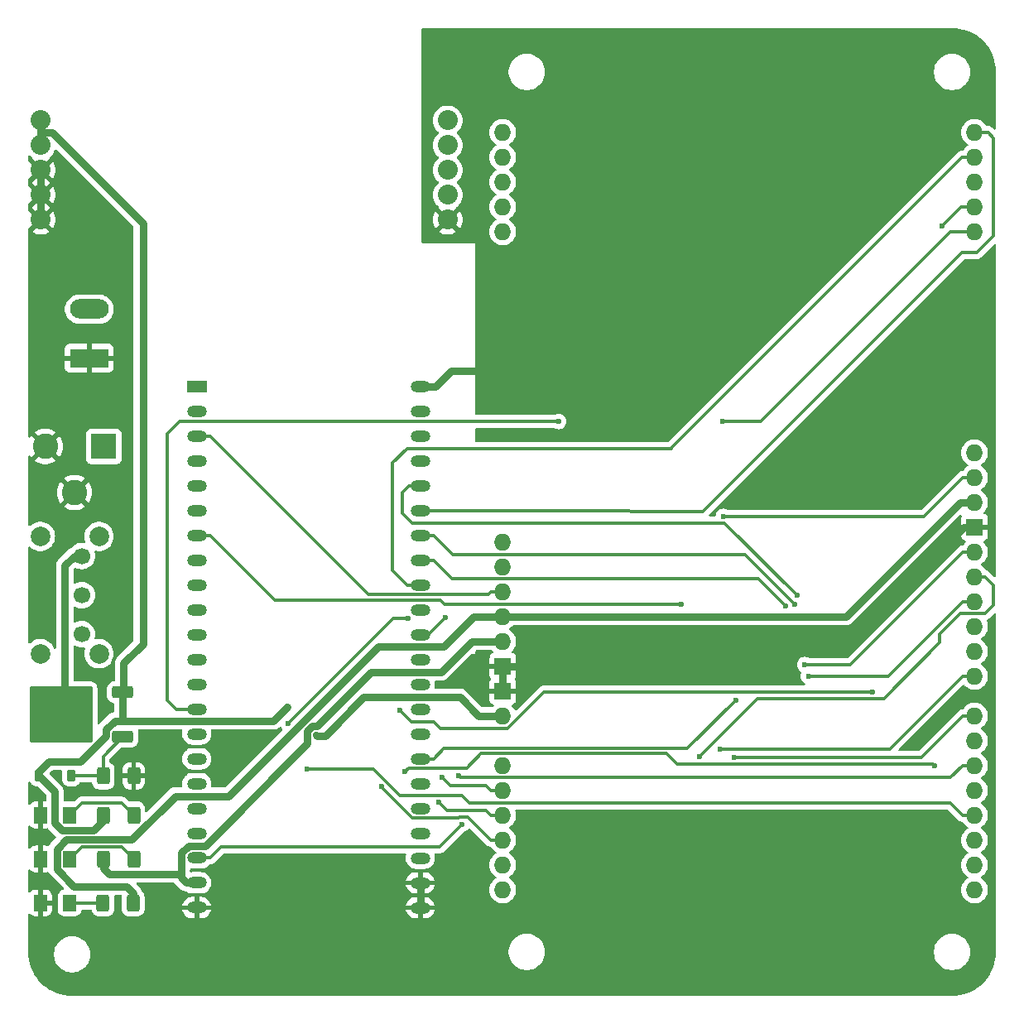
<source format=gtl>
%TF.GenerationSoftware,KiCad,Pcbnew,8.0.0*%
%TF.CreationDate,2024-04-03T20:24:09-04:00*%
%TF.ProjectId,myBaseBoardDesign,6d794261-7365-4426-9f61-726444657369,rev?*%
%TF.SameCoordinates,Original*%
%TF.FileFunction,Copper,L1,Top*%
%TF.FilePolarity,Positive*%
%FSLAX46Y46*%
G04 Gerber Fmt 4.6, Leading zero omitted, Abs format (unit mm)*
G04 Created by KiCad (PCBNEW 8.0.0) date 2024-04-03 20:24:09*
%MOMM*%
%LPD*%
G01*
G04 APERTURE LIST*
G04 Aperture macros list*
%AMRoundRect*
0 Rectangle with rounded corners*
0 $1 Rounding radius*
0 $2 $3 $4 $5 $6 $7 $8 $9 X,Y pos of 4 corners*
0 Add a 4 corners polygon primitive as box body*
4,1,4,$2,$3,$4,$5,$6,$7,$8,$9,$2,$3,0*
0 Add four circle primitives for the rounded corners*
1,1,$1+$1,$2,$3*
1,1,$1+$1,$4,$5*
1,1,$1+$1,$6,$7*
1,1,$1+$1,$8,$9*
0 Add four rect primitives between the rounded corners*
20,1,$1+$1,$2,$3,$4,$5,0*
20,1,$1+$1,$4,$5,$6,$7,0*
20,1,$1+$1,$6,$7,$8,$9,0*
20,1,$1+$1,$8,$9,$2,$3,0*%
G04 Aperture macros list end*
%TA.AperFunction,SMDPad,CuDef*%
%ADD10RoundRect,0.250000X-0.400000X-0.625000X0.400000X-0.625000X0.400000X0.625000X-0.400000X0.625000X0*%
%TD*%
%TA.AperFunction,ComponentPad*%
%ADD11R,3.960000X1.980000*%
%TD*%
%TA.AperFunction,ComponentPad*%
%ADD12O,3.960000X1.980000*%
%TD*%
%TA.AperFunction,SMDPad,CuDef*%
%ADD13RoundRect,0.250001X-0.462499X-0.624999X0.462499X-0.624999X0.462499X0.624999X-0.462499X0.624999X0*%
%TD*%
%TA.AperFunction,SMDPad,CuDef*%
%ADD14RoundRect,0.250000X0.400000X0.625000X-0.400000X0.625000X-0.400000X-0.625000X0.400000X-0.625000X0*%
%TD*%
%TA.AperFunction,SMDPad,CuDef*%
%ADD15RoundRect,0.225000X-0.225000X-0.375000X0.225000X-0.375000X0.225000X0.375000X-0.225000X0.375000X0*%
%TD*%
%TA.AperFunction,ComponentPad*%
%ADD16C,2.000000*%
%TD*%
%TA.AperFunction,ComponentPad*%
%ADD17C,1.700000*%
%TD*%
%TA.AperFunction,ComponentPad*%
%ADD18O,1.727200X1.727200*%
%TD*%
%TA.AperFunction,ComponentPad*%
%ADD19R,1.727200X1.727200*%
%TD*%
%TA.AperFunction,ComponentPad*%
%ADD20C,2.032000*%
%TD*%
%TA.AperFunction,SMDPad,CuDef*%
%ADD21RoundRect,0.250000X0.850000X0.350000X-0.850000X0.350000X-0.850000X-0.350000X0.850000X-0.350000X0*%
%TD*%
%TA.AperFunction,SMDPad,CuDef*%
%ADD22RoundRect,0.250000X1.275000X1.125000X-1.275000X1.125000X-1.275000X-1.125000X1.275000X-1.125000X0*%
%TD*%
%TA.AperFunction,SMDPad,CuDef*%
%ADD23RoundRect,0.249997X2.950003X2.650003X-2.950003X2.650003X-2.950003X-2.650003X2.950003X-2.650003X0*%
%TD*%
%TA.AperFunction,ComponentPad*%
%ADD24R,2.000000X1.200000*%
%TD*%
%TA.AperFunction,ComponentPad*%
%ADD25O,2.000000X1.200000*%
%TD*%
%TA.AperFunction,ComponentPad*%
%ADD26R,2.600000X2.600000*%
%TD*%
%TA.AperFunction,ComponentPad*%
%ADD27C,2.600000*%
%TD*%
%TA.AperFunction,ViaPad*%
%ADD28C,0.700000*%
%TD*%
%TA.AperFunction,ViaPad*%
%ADD29C,0.600000*%
%TD*%
%TA.AperFunction,Conductor*%
%ADD30C,0.304800*%
%TD*%
%TA.AperFunction,Conductor*%
%ADD31C,0.762000*%
%TD*%
G04 APERTURE END LIST*
D10*
%TO.P,R3,1*%
%TO.N,+5V*%
X80950000Y-136000000D03*
%TO.P,R3,2*%
%TO.N,Net-(D3-A)*%
X84050000Y-136000000D03*
%TD*%
D11*
%TO.P,J4,1,Pin_1*%
%TO.N,GND*%
X79500000Y-84765000D03*
D12*
%TO.P,J4,2,Pin_2*%
%TO.N,/PWRA*%
X79500000Y-79765000D03*
%TD*%
D13*
%TO.P,D3,1,K*%
%TO.N,GND*%
X74512500Y-136000000D03*
%TO.P,D3,2,A*%
%TO.N,Net-(D3-A)*%
X77487500Y-136000000D03*
%TD*%
D14*
%TO.P,R4,1*%
%TO.N,+3V3*%
X84000000Y-140500000D03*
%TO.P,R4,2*%
%TO.N,Net-(D4-A)*%
X80900000Y-140500000D03*
%TD*%
D13*
%TO.P,D4,1,K*%
%TO.N,GND*%
X74512500Y-140500000D03*
%TO.P,D4,2,A*%
%TO.N,Net-(D4-A)*%
X77487500Y-140500000D03*
%TD*%
D10*
%TO.P,R1,1*%
%TO.N,Net-(D1-A)*%
X80950000Y-127500000D03*
%TO.P,R1,2*%
%TO.N,GND*%
X84050000Y-127500000D03*
%TD*%
D15*
%TO.P,D1,1,K*%
%TO.N,VIN*%
X74372500Y-127477500D03*
%TO.P,D1,2,A*%
%TO.N,Net-(D1-A)*%
X77672500Y-127477500D03*
%TD*%
D10*
%TO.P,R2,1*%
%TO.N,VIN*%
X80950000Y-131500000D03*
%TO.P,R2,2*%
%TO.N,Net-(D2-A)*%
X84050000Y-131500000D03*
%TD*%
D16*
%TO.P,SW1,*%
%TO.N,*%
X80500000Y-103000000D03*
X74500000Y-103000000D03*
X80500000Y-115000000D03*
X74500000Y-115000000D03*
D17*
%TO.P,SW1,1,A*%
%TO.N,/PWRB*%
X78750000Y-105000000D03*
%TO.P,SW1,2,B*%
%TO.N,/PWRA*%
X78750000Y-109000000D03*
%TO.P,SW1,3,C*%
%TO.N,unconnected-(SW1-C-Pad3)*%
X78750000Y-113000000D03*
%TD*%
D18*
%TO.P,J1,0,GP0*%
%TO.N,GP0*%
X121790000Y-61680000D03*
%TO.P,J1,1,GP1*%
%TO.N,GP1*%
X121790000Y-139150000D03*
%TO.P,J1,2,GP2*%
%TO.N,GP2*%
X170050000Y-134070000D03*
%TO.P,J1,3,GP3*%
%TO.N,GP3*%
X170050000Y-131530000D03*
%TO.P,J1,4,GP4*%
%TO.N,GP4*%
X170050000Y-128990000D03*
%TO.P,J1,5,GP5*%
%TO.N,GP5*%
X170050000Y-126450000D03*
%TO.P,J1,6,GP6*%
%TO.N,GP6*%
X170050000Y-123910000D03*
%TO.P,J1,7,GP7*%
%TO.N,GP7*%
X170050000Y-121370000D03*
%TO.P,J1,8,GP8*%
%TO.N,GP8*%
X170050000Y-117306000D03*
%TO.P,J1,9,GP9*%
%TO.N,GP9*%
X170050000Y-114766000D03*
%TO.P,J1,10,GP10*%
%TO.N,GP10*%
X170050000Y-112226000D03*
%TO.P,J1,11,GP11*%
%TO.N,GP11*%
X170050000Y-109686000D03*
%TO.P,J1,12,GP12*%
%TO.N,GP12*%
X170050000Y-107146000D03*
%TO.P,J1,13,GP13*%
%TO.N,GP13*%
X170050000Y-104606000D03*
%TO.P,J1,14,GP14*%
%TO.N,GP14*%
X121790000Y-126450000D03*
%TO.P,J1,15,GP15*%
%TO.N,GP15*%
X121790000Y-128990000D03*
%TO.P,J1,16,GP16*%
%TO.N,GP16*%
X121790000Y-131530000D03*
%TO.P,J1,17,GP17*%
%TO.N,GP17*%
X121790000Y-134070000D03*
%TO.P,J1,18,GP18*%
%TO.N,GP18*%
X121790000Y-136610000D03*
%TO.P,J1,21,GP21*%
%TO.N,GP21*%
X170050000Y-69300000D03*
%TO.P,J1,22,VIN*%
%TO.N,VIN*%
X121790000Y-121370000D03*
D19*
%TO.P,J1,23,GND*%
%TO.N,GND*%
X121790000Y-118830000D03*
%TO.P,J1,24,GND*%
X121790000Y-116290000D03*
D18*
%TO.P,J1,25,+5V*%
%TO.N,+5V*%
X121790000Y-113750000D03*
%TO.P,J1,26,+3V3*%
%TO.N,+3V3*%
X121790000Y-111210000D03*
%TO.P,J1,27,~{RST}*%
%TO.N,~{RST}*%
X121790000Y-108670000D03*
%TO.P,J1,28,IOREF*%
%TO.N,unconnected-(J1-IOREF-Pad28)*%
X121790000Y-106130000D03*
%TO.P,J1,29,NC*%
%TO.N,unconnected-(J1-NC-Pad29)*%
X121790000Y-103590000D03*
D19*
%TO.P,J1,30,GND*%
%TO.N,GND*%
X170050000Y-102066000D03*
D18*
%TO.P,J1,32,+3V3*%
%TO.N,+3V3*%
X170050000Y-99526000D03*
%TO.P,J1,35,GP35*%
%TO.N,GP35*%
X121790000Y-71840000D03*
%TO.P,J1,36,GP36*%
%TO.N,GP36*%
X121790000Y-69300000D03*
%TO.P,J1,37,GP37*%
%TO.N,GP37*%
X121790000Y-66760000D03*
%TO.P,J1,38,GP38*%
%TO.N,GP38*%
X121790000Y-64220000D03*
%TO.P,J1,39,GP39*%
%TO.N,GP39*%
X170050000Y-64220000D03*
%TO.P,J1,40,TX_GP40*%
%TO.N,GP40*%
X170050000Y-139150000D03*
%TO.P,J1,41,RX_GP41*%
%TO.N,GP41*%
X170050000Y-136610000D03*
%TO.P,J1,42,GP42*%
%TO.N,GP42*%
X170050000Y-61680000D03*
%TO.P,J1,45,GP45*%
%TO.N,GP45*%
X170050000Y-66760000D03*
%TO.P,J1,46,GP46*%
%TO.N,GP46*%
X170050000Y-71840000D03*
%TO.P,J1,47,SDA_GP47*%
%TO.N,GP47*%
X170050000Y-96986000D03*
%TO.P,J1,48,SCL_GP48*%
%TO.N,GP48*%
X170050000Y-94446000D03*
D20*
%TO.P,J1,53,VIN*%
%TO.N,VIN*%
X74550000Y-60460000D03*
%TO.P,J1,54,VIN*%
X74550000Y-63000000D03*
%TO.P,J1,55,GND*%
%TO.N,GND*%
X74550000Y-65540000D03*
%TO.P,J1,56,GND*%
X74550000Y-68080000D03*
%TO.P,J1,57,GND*%
X74550000Y-70620000D03*
%TO.P,J1,58,GND*%
X116165000Y-70620000D03*
%TO.P,J1,59,VOUT2*%
%TO.N,unconnected-(J1-VOUT2-Pad59)*%
X116165000Y-68080000D03*
%TO.P,J1,60,VOUT1*%
%TO.N,unconnected-(J1-VOUT1-Pad60)*%
X116165000Y-65540000D03*
%TO.P,J1,61,+5V*%
%TO.N,+5V*%
X116165000Y-63000000D03*
%TO.P,J1,62,+3V3*%
%TO.N,+3V3*%
X116165000Y-60460000D03*
%TD*%
D21*
%TO.P,Q2,1,G*%
%TO.N,Net-(D1-A)*%
X82925000Y-123500000D03*
D22*
%TO.P,Q2,2,D*%
%TO.N,/PWRB*%
X78300000Y-122745000D03*
X78300000Y-119695000D03*
D23*
X76625000Y-121220000D03*
D22*
X74950000Y-122745000D03*
X74950000Y-119695000D03*
D21*
%TO.P,Q2,3,S*%
%TO.N,VIN*%
X82925000Y-118940000D03*
%TD*%
D13*
%TO.P,D2,1,K*%
%TO.N,GND*%
X74512500Y-131500000D03*
%TO.P,D2,2,A*%
%TO.N,Net-(D2-A)*%
X77487500Y-131500000D03*
%TD*%
D24*
%TO.P,U1,1,3V3*%
%TO.N,unconnected-(U1-3V3-Pad1)*%
X90500000Y-87640000D03*
D25*
%TO.P,U1,2,3V3*%
%TO.N,unconnected-(U1-3V3-Pad1)_0*%
X90500000Y-90180000D03*
%TO.P,U1,3,CHIP_PU*%
%TO.N,~{RST}*%
X90500000Y-92720000D03*
%TO.P,U1,4,GPIO4/ADC1_CH3*%
%TO.N,GP4*%
X90500000Y-95260000D03*
%TO.P,U1,5,GPIO5/ADC1_CH4*%
%TO.N,GP5*%
X90500000Y-97800000D03*
%TO.P,U1,6,GPIO6/ADC1_CH5*%
%TO.N,GP6*%
X90500000Y-100340000D03*
%TO.P,U1,7,GPIO7/ADC1_CH6*%
%TO.N,GP7*%
X90500000Y-102880000D03*
%TO.P,U1,8,GPIO15/ADC2_CH4/32K_P*%
%TO.N,GP15*%
X90500000Y-105420000D03*
%TO.P,U1,9,GPIO16/ADC2_CH5/32K_N*%
%TO.N,GP16*%
X90500000Y-107960000D03*
%TO.P,U1,10,GPIO17/ADC2_CH6*%
%TO.N,GP17*%
X90500000Y-110500000D03*
%TO.P,U1,11,GPIO18/ADC2_CH7*%
%TO.N,GP18*%
X90500000Y-113040000D03*
%TO.P,U1,12,GPIO8/ADC1_CH7*%
%TO.N,GP8*%
X90500000Y-115580000D03*
%TO.P,U1,13,GPIO3/ADC1_CH2*%
%TO.N,GP3*%
X90500000Y-118120000D03*
%TO.P,U1,14,GPIO46*%
%TO.N,GP46*%
X90500000Y-120660000D03*
%TO.P,U1,15,GPIO9/ADC1_CH8*%
%TO.N,GP9*%
X90500000Y-123200000D03*
%TO.P,U1,16,GPIO10/ADC1_CH9*%
%TO.N,GP10*%
X90500000Y-125740000D03*
%TO.P,U1,17,GPIO11/ADC2_CH0*%
%TO.N,GP11*%
X90500000Y-128280000D03*
%TO.P,U1,18,GPIO12/ADC2_CH1*%
%TO.N,GP12*%
X90500000Y-130820000D03*
%TO.P,U1,19,GPIO13/ADC2_CH2*%
%TO.N,GP13*%
X90500000Y-133360000D03*
%TO.P,U1,20,GPIO14/ADC2_CH3*%
%TO.N,GP14*%
X90496320Y-135897280D03*
%TO.P,U1,21,5V*%
%TO.N,+5V*%
X90496320Y-138437280D03*
%TO.P,U1,22,GND*%
%TO.N,GND*%
X90496320Y-140977280D03*
%TO.P,U1,23,GND*%
X113360000Y-140980000D03*
%TO.P,U1,24,GND*%
X113360000Y-138440000D03*
%TO.P,U1,25,GPIO19/USB_D-*%
%TO.N,unconnected-(U1-GPIO19{slash}USB_D--Pad25)*%
X113360000Y-135900000D03*
%TO.P,U1,26,GPIO20/USB_D+*%
%TO.N,unconnected-(U1-GPIO20{slash}USB_D+-Pad26)*%
X113360000Y-133360000D03*
%TO.P,U1,27,GPIO21*%
%TO.N,GP21*%
X113360000Y-130820000D03*
%TO.P,U1,28,GPIO47*%
%TO.N,GP47*%
X113360000Y-128280000D03*
%TO.P,U1,29,GPIO48*%
%TO.N,GP48*%
X113360000Y-125740000D03*
%TO.P,U1,30,GPIO45*%
%TO.N,GP45*%
X113360000Y-123200000D03*
%TO.P,U1,31,GPIO0*%
%TO.N,GP0*%
X113360000Y-120660000D03*
%TO.P,U1,32,GPIO35*%
%TO.N,GP35*%
X113360000Y-118120000D03*
%TO.P,U1,33,GPIO36*%
%TO.N,GP36*%
X113360000Y-115580000D03*
%TO.P,U1,34,GPIO37*%
%TO.N,GP37*%
X113360000Y-113040000D03*
%TO.P,U1,35,GPIO38*%
%TO.N,GP38*%
X113360000Y-110500000D03*
%TO.P,U1,36,GPIO39/MTCK*%
%TO.N,GP39*%
X113360000Y-107960000D03*
%TO.P,U1,37,GPIO40/MTDO*%
%TO.N,GP40*%
X113360000Y-105420000D03*
%TO.P,U1,38,GPIO41/MTDI*%
%TO.N,GP41*%
X113360000Y-102880000D03*
%TO.P,U1,39,GPIO42/MTMS*%
%TO.N,GP42*%
X113360000Y-100340000D03*
%TO.P,U1,40,GPIO2/ADC1_CH1*%
%TO.N,GP2*%
X113360000Y-97800000D03*
%TO.P,U1,41,GPIO1/ADC1_CH0*%
%TO.N,GP1*%
X113360000Y-95260000D03*
%TO.P,U1,42,GPIO44/U0RXD*%
%TO.N,unconnected-(U1-GPIO44{slash}U0RXD-Pad42)*%
X113360000Y-92720000D03*
%TO.P,U1,43,GPIO43/U0TXD*%
%TO.N,unconnected-(U1-GPIO43{slash}U0TXD-Pad43)*%
X113360000Y-90180000D03*
%TO.P,U1,44,GND*%
%TO.N,GND*%
X113360000Y-87640000D03*
%TD*%
D26*
%TO.P,J2,1*%
%TO.N,/PWRA*%
X81000000Y-93800000D03*
D27*
%TO.P,J2,2*%
%TO.N,GND*%
X75000000Y-93800000D03*
%TO.P,J2,3*%
X78000000Y-98500000D03*
%TD*%
D28*
%TO.N,VIN*%
X102731800Y-123316900D03*
X99749500Y-120453600D03*
D29*
%TO.N,GND*%
X90500000Y-149000000D03*
X150000000Y-70000000D03*
X160000000Y-65000000D03*
X145000000Y-60000000D03*
X79000000Y-117000000D03*
X123750000Y-136500000D03*
X160000000Y-60000000D03*
X155000000Y-90000000D03*
X140000000Y-116000000D03*
X140000000Y-89000000D03*
X129000000Y-131750000D03*
X116000000Y-55250000D03*
X134000000Y-116000000D03*
X150000000Y-60000000D03*
X75500000Y-90000000D03*
X86000000Y-146500000D03*
X140000000Y-70000000D03*
X130000000Y-75000000D03*
X110000000Y-137000000D03*
X137500000Y-86000000D03*
X84000000Y-149000000D03*
X171000000Y-86000000D03*
X171000000Y-83500000D03*
X116500000Y-139500000D03*
X144250000Y-115750000D03*
X160000000Y-85000000D03*
X127800000Y-112600000D03*
X108000000Y-138500000D03*
X135000000Y-70000000D03*
X140000000Y-55000000D03*
X123600000Y-118400000D03*
X102600000Y-141000000D03*
X171000000Y-78000000D03*
X103000000Y-149000000D03*
X102000000Y-138500000D03*
X145000000Y-55000000D03*
X130000000Y-65000000D03*
X124400000Y-117200000D03*
X105800000Y-141000000D03*
X135000000Y-65000000D03*
X164750000Y-132000000D03*
X120250000Y-115250000D03*
X130000000Y-55000000D03*
X150000000Y-95000000D03*
X75500000Y-79500000D03*
X120000000Y-118800000D03*
X139500000Y-86000000D03*
X79500000Y-74000000D03*
X130000000Y-80000000D03*
X167500000Y-88500000D03*
X118000000Y-149000000D03*
X130000000Y-92500000D03*
X155000000Y-60000000D03*
X86000000Y-140000000D03*
X155000000Y-75000000D03*
X124000000Y-132000000D03*
X132500000Y-86000000D03*
X164000000Y-93000000D03*
D28*
X116000000Y-51500000D03*
D29*
X164500000Y-123500000D03*
X165000000Y-80000000D03*
X135000000Y-86000000D03*
X142000000Y-149000000D03*
X86000000Y-144500000D03*
X162000000Y-109000000D03*
X82800000Y-113400000D03*
X140000000Y-60000000D03*
X79200000Y-128800000D03*
X160000000Y-70000000D03*
X130000000Y-70000000D03*
X127750000Y-115000000D03*
X129500000Y-113000000D03*
X155000000Y-55000000D03*
X145000000Y-113000000D03*
X135000000Y-80000000D03*
X145000000Y-75000000D03*
X130000000Y-60000000D03*
X86000000Y-124500000D03*
X118600000Y-118800000D03*
X145600000Y-98800000D03*
X155000000Y-70000000D03*
X86000000Y-128500000D03*
X115400000Y-141400000D03*
X119250000Y-116750000D03*
X158000000Y-93000000D03*
X93000000Y-124000000D03*
X75500000Y-109500000D03*
X171000000Y-80500000D03*
X150000000Y-65000000D03*
X130000000Y-89000000D03*
X140000000Y-75000000D03*
X148000000Y-116000000D03*
X135000000Y-60000000D03*
X158000000Y-98500000D03*
X160000000Y-55000000D03*
X171000000Y-75500000D03*
X97000000Y-124000000D03*
X76500000Y-74000000D03*
X145000000Y-65000000D03*
X108200000Y-141000000D03*
X140000000Y-80000000D03*
X97000000Y-142400000D03*
X169000000Y-119500000D03*
X93600000Y-142400000D03*
X75500000Y-101000000D03*
X94400000Y-139800000D03*
X75500000Y-112500000D03*
X145000000Y-80000000D03*
X152000000Y-98500000D03*
X135000000Y-92500000D03*
X129000000Y-86000000D03*
X151000000Y-116000000D03*
X75500000Y-84500000D03*
X150000000Y-55000000D03*
X135000000Y-55000000D03*
X115400000Y-138400000D03*
X167500000Y-103500000D03*
X135000000Y-75000000D03*
X135000000Y-89000000D03*
X150000000Y-75000000D03*
X158000000Y-113000000D03*
X161750000Y-132000000D03*
X150000000Y-80000000D03*
X125000000Y-115000000D03*
X155000000Y-65000000D03*
X163000000Y-149000000D03*
X163500000Y-107500000D03*
X140000000Y-65000000D03*
X129000000Y-149000000D03*
X145000000Y-70000000D03*
%TO.N,GP6*%
X111301300Y-120809600D03*
X159593300Y-118894400D03*
%TO.N,GP3*%
X101767400Y-126770400D03*
%TO.N,GP17*%
X109412700Y-128572800D03*
%TO.N,GP8*%
X144000000Y-124781400D03*
%TO.N,GP48*%
X145617900Y-119735000D03*
%TO.N,GP40*%
X150733900Y-110158300D03*
%TO.N,GP14*%
X117633400Y-132460800D03*
%TO.N,GP37*%
X115905200Y-111303200D03*
%TO.N,GP7*%
X145500000Y-125624100D03*
X140038250Y-109961750D03*
%TO.N,GP46*%
X144250000Y-91250000D03*
X127500000Y-91250000D03*
%TO.N,GP12*%
X141959500Y-125500000D03*
%TO.N,GP4*%
X111809600Y-127092800D03*
X166000000Y-126500000D03*
%TO.N,GP16*%
X115278950Y-130221050D03*
%TO.N,GP5*%
X117242600Y-127478700D03*
%TO.N,GP1*%
X112133000Y-111369100D03*
X99832800Y-122104000D03*
%TO.N,GP41*%
X151688700Y-109947100D03*
%TO.N,GP21*%
X166750000Y-71250000D03*
%TO.N,GP11*%
X153057000Y-117307100D03*
%TO.N,GP13*%
X152703100Y-116120900D03*
%TO.N,GP15*%
X115572800Y-127610800D03*
%TO.N,GP2*%
X151928700Y-109047600D03*
%TO.N,GP47*%
X144361300Y-100960900D03*
%TD*%
D30*
%TO.N,Net-(D1-A)*%
X77672500Y-127477500D02*
X80927500Y-127477500D01*
X80927500Y-127477500D02*
X80950000Y-127500000D01*
X80927500Y-125497500D02*
X82925000Y-123500000D01*
X80927500Y-127477500D02*
X80927500Y-125497500D01*
D31*
%TO.N,VIN*%
X102803000Y-123388100D02*
X102731800Y-123316900D01*
X83000000Y-116000000D02*
X83000000Y-118865000D01*
X74550000Y-61730000D02*
X75730000Y-61730000D01*
X82925000Y-121848700D02*
X82925000Y-118940000D01*
X85000000Y-71000000D02*
X85000000Y-114000000D01*
X98354400Y-121848700D02*
X99749500Y-120453600D01*
X82925000Y-121848700D02*
X98354400Y-121848700D01*
X75730000Y-61730000D02*
X85000000Y-71000000D01*
X107546700Y-119451900D02*
X103610500Y-123388100D01*
X74550000Y-60460000D02*
X74550000Y-61730000D01*
X83000000Y-118865000D02*
X82925000Y-118940000D01*
X103610500Y-123388100D02*
X102803000Y-123388100D01*
X74372500Y-127052500D02*
X75382200Y-126042800D01*
X78606100Y-126042800D02*
X81235100Y-123413800D01*
X117432100Y-119451900D02*
X107546700Y-119451900D01*
X76000000Y-132330800D02*
X76000000Y-129105000D01*
X75382200Y-126042800D02*
X78606100Y-126042800D01*
X74550000Y-61730000D02*
X74550000Y-63000000D01*
X76000000Y-129105000D02*
X74372500Y-127477500D01*
X76696300Y-133027100D02*
X76000000Y-132330800D01*
X80950000Y-132050000D02*
X79972900Y-133027100D01*
X85000000Y-114000000D02*
X83000000Y-116000000D01*
X81235100Y-123413800D02*
X81235100Y-122729000D01*
X121790000Y-121370000D02*
X119350200Y-121370000D01*
X80950000Y-131500000D02*
X80950000Y-132050000D01*
X119350200Y-121370000D02*
X117432100Y-119451900D01*
X79972900Y-133027100D02*
X76696300Y-133027100D01*
X74372500Y-127477500D02*
X74372500Y-127052500D01*
X81235100Y-122729000D02*
X82115400Y-121848700D01*
X82115400Y-121848700D02*
X82925000Y-121848700D01*
D30*
%TO.N,Net-(D2-A)*%
X77487500Y-131500000D02*
X78717600Y-130269900D01*
X82819900Y-130269900D02*
X84050000Y-131500000D01*
X78717600Y-130269900D02*
X82819900Y-130269900D01*
D31*
%TO.N,GND*%
X125200000Y-116290000D02*
X121790000Y-116290000D01*
X132500000Y-86000000D02*
X132542100Y-86042100D01*
X129500000Y-113000000D02*
X127750000Y-114750000D01*
X132457900Y-86042100D02*
X132500000Y-86000000D01*
X139457900Y-86042100D02*
X139500000Y-86000000D01*
X139542100Y-86042100D02*
X139957900Y-86042100D01*
X128957900Y-86042100D02*
X129000000Y-86000000D01*
X132542100Y-86042100D02*
X134957900Y-86042100D01*
X121386400Y-86042100D02*
X116540600Y-86042100D01*
X135042100Y-86042100D02*
X137457900Y-86042100D01*
X134957900Y-86042100D02*
X135000000Y-86000000D01*
X139957900Y-86042100D02*
X140000000Y-86000000D01*
X129000000Y-86000000D02*
X129042100Y-86042100D01*
X127750000Y-114750000D02*
X127750000Y-115000000D01*
X137457900Y-86042100D02*
X137500000Y-86000000D01*
X137542100Y-86042100D02*
X139457900Y-86042100D01*
X126042100Y-86042100D02*
X128957900Y-86042100D01*
X126210000Y-116290000D02*
X125200000Y-116290000D01*
X74550000Y-68080000D02*
X74550000Y-70620000D01*
X126000000Y-86000000D02*
X126042100Y-86042100D01*
X113360000Y-87640000D02*
X114942700Y-87640000D01*
X116540600Y-86042100D02*
X114942700Y-87640000D01*
X121386400Y-86042100D02*
X125957900Y-86042100D01*
X125957900Y-86042100D02*
X126000000Y-86000000D01*
X135000000Y-86000000D02*
X135042100Y-86042100D01*
X129042100Y-86042100D02*
X132457900Y-86042100D01*
X158000000Y-113000000D02*
X145000000Y-113000000D01*
X127750000Y-115000000D02*
X127500000Y-115000000D01*
X127500000Y-115000000D02*
X126210000Y-116290000D01*
X113360000Y-138440000D02*
X113360000Y-140980000D01*
X145000000Y-113000000D02*
X129500000Y-113000000D01*
X121790000Y-116290000D02*
X121790000Y-118830000D01*
X170050000Y-102066000D02*
X168934000Y-102066000D01*
X168934000Y-102066000D02*
X158000000Y-113000000D01*
X137500000Y-86000000D02*
X137542100Y-86042100D01*
X74550000Y-65540000D02*
X74550000Y-68080000D01*
X139500000Y-86000000D02*
X139542100Y-86042100D01*
D30*
%TO.N,Net-(D3-A)*%
X77487500Y-136000000D02*
X78730200Y-134757300D01*
X78730200Y-134757300D02*
X82807300Y-134757300D01*
X82807300Y-134757300D02*
X84050000Y-136000000D01*
%TO.N,Net-(D4-A)*%
X80900000Y-140500000D02*
X77487500Y-140500000D01*
%TO.N,GP6*%
X111301300Y-120809600D02*
X112421700Y-121930000D01*
X122300500Y-122613000D02*
X126019100Y-118894400D01*
X114712600Y-121930000D02*
X115395600Y-122613000D01*
X112421700Y-121930000D02*
X114712600Y-121930000D01*
X126019100Y-118894400D02*
X159593300Y-118894400D01*
X115395600Y-122613000D02*
X122300500Y-122613000D01*
%TO.N,GP3*%
X167560800Y-130258500D02*
X118351400Y-130258500D01*
X108553500Y-126770400D02*
X101767400Y-126770400D01*
X117587900Y-129495000D02*
X111278100Y-129495000D01*
X168832300Y-131530000D02*
X167560800Y-130258500D01*
X118351400Y-130258500D02*
X117587900Y-129495000D01*
X111278100Y-129495000D02*
X108553500Y-126770400D01*
X170050000Y-131530000D02*
X168832300Y-131530000D01*
D31*
%TO.N,+3V3*%
X84000000Y-139500000D02*
X84000000Y-140500000D01*
X123236300Y-111210000D02*
X156919700Y-111210000D01*
X121790000Y-111210000D02*
X118798000Y-111210000D01*
X118798000Y-111210000D02*
X115781200Y-114226800D01*
X93773100Y-129550000D02*
X88298300Y-129550000D01*
X109096300Y-114226800D02*
X93773100Y-129550000D01*
X156919700Y-111210000D02*
X168603700Y-99526000D01*
X77952200Y-138789100D02*
X83289100Y-138789100D01*
X83841800Y-134006500D02*
X77172400Y-134006500D01*
X121790000Y-111210000D02*
X123236300Y-111210000D01*
X115781200Y-114226800D02*
X109096300Y-114226800D01*
X83289100Y-138789100D02*
X84000000Y-139500000D01*
X170050000Y-99526000D02*
X168603700Y-99526000D01*
X88298300Y-129550000D02*
X83841800Y-134006500D01*
X76185800Y-134993100D02*
X76185800Y-137022700D01*
X77172400Y-134006500D02*
X76185800Y-134993100D01*
X76185800Y-137022700D02*
X77952200Y-138789100D01*
D30*
%TO.N,GP17*%
X118240400Y-131738100D02*
X120572300Y-134070000D01*
X121790000Y-134070000D02*
X120572300Y-134070000D01*
X117336100Y-131738100D02*
X118240400Y-131738100D01*
X112565900Y-131808200D02*
X117266000Y-131808200D01*
X117266000Y-131808200D02*
X117336100Y-131738100D01*
X109412700Y-128572800D02*
X109412700Y-128655000D01*
X109412700Y-128655000D02*
X112565900Y-131808200D01*
%TO.N,GP42*%
X168750000Y-74000000D02*
X170250000Y-74000000D01*
X134881800Y-100500000D02*
X142250000Y-100500000D01*
X171430000Y-61680000D02*
X170050000Y-61680000D01*
X142250000Y-100500000D02*
X168750000Y-74000000D01*
X172000000Y-72250000D02*
X172000000Y-62250000D01*
X113360000Y-100340000D02*
X134721800Y-100340000D01*
X134721800Y-100340000D02*
X134881800Y-100500000D01*
X170250000Y-74000000D02*
X172000000Y-72250000D01*
X172000000Y-62250000D02*
X171430000Y-61680000D01*
%TO.N,GP8*%
X144000000Y-124781400D02*
X161356900Y-124781400D01*
X168832300Y-117306000D02*
X170050000Y-117306000D01*
X161356900Y-124781400D02*
X168832300Y-117306000D01*
%TO.N,GP48*%
X113360000Y-125740000D02*
X114714100Y-125740000D01*
X140637300Y-124715600D02*
X115738500Y-124715600D01*
X115738500Y-124715600D02*
X114714100Y-125740000D01*
X145617900Y-119735000D02*
X140637300Y-124715600D01*
%TO.N,GP40*%
X114714100Y-105420000D02*
X116643900Y-107349800D01*
X113360000Y-105420000D02*
X114714100Y-105420000D01*
X147925400Y-107349800D02*
X150733900Y-110158300D01*
X116643900Y-107349800D02*
X147925400Y-107349800D01*
%TO.N,GP14*%
X92996200Y-134751500D02*
X91850400Y-135897300D01*
X117633400Y-132460800D02*
X115342700Y-134751500D01*
X90496300Y-135897300D02*
X91850400Y-135897300D01*
X115342700Y-134751500D02*
X92996200Y-134751500D01*
%TO.N,GP37*%
X114168400Y-113040000D02*
X115905200Y-111303200D01*
X113360000Y-113040000D02*
X114168400Y-113040000D01*
D31*
%TO.N,+5V*%
X102332700Y-122353200D02*
X101768100Y-122917800D01*
X88912200Y-137523300D02*
X81523300Y-137523300D01*
X118603300Y-113750000D02*
X115503300Y-116850000D01*
X88912200Y-135381900D02*
X88912200Y-137523300D01*
X115503300Y-116850000D02*
X108317500Y-116850000D01*
X101768100Y-122917800D02*
X101768100Y-124195500D01*
X121790000Y-113750000D02*
X118603300Y-113750000D01*
X88912200Y-137912200D02*
X88912200Y-137523300D01*
X91333100Y-134630500D02*
X89663600Y-134630500D01*
X89437300Y-138437300D02*
X88912200Y-137912200D01*
X108317500Y-116850000D02*
X102814300Y-122353200D01*
X90496300Y-138437300D02*
X89437300Y-138437300D01*
X89663600Y-134630500D02*
X88912200Y-135381900D01*
X81523300Y-137523300D02*
X80950000Y-136950000D01*
X80950000Y-136950000D02*
X80950000Y-136000000D01*
X102814300Y-122353200D02*
X102332700Y-122353200D01*
X101768100Y-124195500D02*
X91333100Y-134630500D01*
D30*
%TO.N,GP7*%
X91854100Y-102880000D02*
X90500000Y-102880000D01*
X115799000Y-109908700D02*
X115391500Y-109501200D01*
X145500000Y-125624100D02*
X164578200Y-125624100D01*
X139985200Y-109908700D02*
X115799000Y-109908700D01*
X98475300Y-109501200D02*
X91854100Y-102880000D01*
X140038250Y-109961750D02*
X139985200Y-109908700D01*
X168832300Y-121370000D02*
X170050000Y-121370000D01*
X115391500Y-109501200D02*
X98475300Y-109501200D01*
X164578200Y-125624100D02*
X168832300Y-121370000D01*
%TO.N,~{RST}*%
X108084100Y-108950000D02*
X91854100Y-92720000D01*
X90500000Y-92720000D02*
X91854100Y-92720000D01*
X120292300Y-108950000D02*
X108084100Y-108950000D01*
X120572300Y-108670000D02*
X120292300Y-108950000D01*
X121790000Y-108670000D02*
X120572300Y-108670000D01*
%TO.N,GP46*%
X127500000Y-91250000D02*
X88750000Y-91250000D01*
X88410000Y-120660000D02*
X90500000Y-120660000D01*
X144250000Y-91250000D02*
X148150000Y-91250000D01*
X88750000Y-91250000D02*
X87500000Y-92500000D01*
X87500000Y-92500000D02*
X87500000Y-119750000D01*
X167560000Y-71840000D02*
X170050000Y-71840000D01*
X148150000Y-91250000D02*
X167560000Y-71840000D01*
X87500000Y-119750000D02*
X88410000Y-120660000D01*
%TO.N,GP12*%
X171146000Y-107146000D02*
X170050000Y-107146000D01*
X172000000Y-110000000D02*
X172000000Y-108000000D01*
X160772500Y-119576300D02*
X166500000Y-113848800D01*
X166500000Y-113000000D02*
X168598000Y-110902000D01*
X141959500Y-125500000D02*
X147883200Y-119576300D01*
X166500000Y-113848800D02*
X166500000Y-113000000D01*
X172000000Y-108000000D02*
X171146000Y-107146000D01*
X147883200Y-119576300D02*
X160772500Y-119576300D01*
X168598000Y-110902000D02*
X171098000Y-110902000D01*
X171098000Y-110902000D02*
X172000000Y-110000000D01*
%TO.N,GP4*%
X119561700Y-125227200D02*
X138538500Y-125227200D01*
X139635200Y-126323900D02*
X165823900Y-126323900D01*
X112204700Y-126697700D02*
X118091200Y-126697700D01*
X138538500Y-125227200D02*
X139635200Y-126323900D01*
X111809600Y-127092800D02*
X112204700Y-126697700D01*
X165823900Y-126323900D02*
X166000000Y-126500000D01*
X118091200Y-126697700D02*
X119561700Y-125227200D01*
%TO.N,GP16*%
X115278950Y-130221050D02*
X116083400Y-131025500D01*
X120572300Y-131530000D02*
X121790000Y-131530000D01*
X116083400Y-131025500D02*
X120067800Y-131025500D01*
X120067800Y-131025500D02*
X120572300Y-131530000D01*
%TO.N,GP5*%
X168832300Y-126450000D02*
X167612900Y-127669400D01*
X117433300Y-127669400D02*
X117242600Y-127478700D01*
X167612900Y-127669400D02*
X117433300Y-127669400D01*
X170050000Y-126450000D02*
X168832300Y-126450000D01*
%TO.N,GP1*%
X110567700Y-111369100D02*
X112133000Y-111369100D01*
X99832800Y-122104000D02*
X110567700Y-111369100D01*
%TO.N,GP39*%
X110500000Y-95500000D02*
X112010000Y-93990000D01*
X168780000Y-64220000D02*
X170050000Y-64220000D01*
X139062300Y-93990000D02*
X139062300Y-93937700D01*
X113360000Y-107960000D02*
X112005900Y-107960000D01*
X110500000Y-106454100D02*
X110500000Y-95500000D01*
X112005900Y-107960000D02*
X110500000Y-106454100D01*
X139062300Y-93937700D02*
X168780000Y-64220000D01*
X112010000Y-93990000D02*
X139062300Y-93990000D01*
%TO.N,GP41*%
X114714100Y-102880000D02*
X116694100Y-104860000D01*
X146601600Y-104860000D02*
X151688700Y-109947100D01*
X113360000Y-102880000D02*
X114714100Y-102880000D01*
X116694100Y-104860000D02*
X146601600Y-104860000D01*
%TO.N,GP21*%
X168700000Y-69300000D02*
X170050000Y-69300000D01*
X166750000Y-71250000D02*
X168700000Y-69300000D01*
%TO.N,GP11*%
X161211200Y-117307100D02*
X153057000Y-117307100D01*
X168832300Y-109686000D02*
X161211200Y-117307100D01*
X170050000Y-109686000D02*
X168832300Y-109686000D01*
%TO.N,GP13*%
X157317400Y-116120900D02*
X168832300Y-104606000D01*
X152703100Y-116120900D02*
X157317400Y-116120900D01*
X170050000Y-104606000D02*
X168832300Y-104606000D01*
%TO.N,GP15*%
X120067800Y-128485500D02*
X120572300Y-128990000D01*
X121790000Y-128990000D02*
X120572300Y-128990000D01*
X116447500Y-128485500D02*
X120067800Y-128485500D01*
X115572800Y-127610800D02*
X116447500Y-128485500D01*
%TO.N,GP2*%
X112500400Y-101615100D02*
X144496200Y-101615100D01*
X111500000Y-100614700D02*
X112500400Y-101615100D01*
X111500000Y-98500000D02*
X111500000Y-100614700D01*
X112200000Y-97800000D02*
X111500000Y-98500000D01*
X113360000Y-97800000D02*
X112200000Y-97800000D01*
X144496200Y-101615100D02*
X151928700Y-109047600D01*
%TO.N,GP47*%
X164857400Y-100960900D02*
X144361300Y-100960900D01*
X170050000Y-96986000D02*
X168832300Y-96986000D01*
X168832300Y-96986000D02*
X164857400Y-100960900D01*
D31*
%TO.N,/PWRB*%
X74950000Y-119695000D02*
X76475000Y-121220000D01*
X77000000Y-106000000D02*
X78000000Y-105000000D01*
X74950000Y-122745000D02*
X76475000Y-121220000D01*
X76775000Y-121220000D02*
X78300000Y-122745000D01*
X76775000Y-121220000D02*
X78300000Y-119695000D01*
X76475000Y-121220000D02*
X76625000Y-121220000D01*
X78000000Y-105000000D02*
X78750000Y-105000000D01*
X76625000Y-121220000D02*
X76775000Y-121220000D01*
X77000000Y-118395000D02*
X77000000Y-106000000D01*
X78300000Y-119695000D02*
X77000000Y-118395000D01*
%TD*%
%TA.AperFunction,Conductor*%
%TO.N,GND*%
G36*
X172168833Y-110857020D02*
G01*
X172224767Y-110898891D01*
X172249184Y-110964356D01*
X172249500Y-110973202D01*
X172249500Y-145497293D01*
X172249382Y-145502702D01*
X172232614Y-145886750D01*
X172231671Y-145897526D01*
X172181849Y-146275957D01*
X172179971Y-146286610D01*
X172097354Y-146659272D01*
X172094554Y-146669721D01*
X171979775Y-147033755D01*
X171976075Y-147043921D01*
X171830002Y-147396572D01*
X171825430Y-147406376D01*
X171649183Y-147744942D01*
X171643775Y-147754310D01*
X171438681Y-148076244D01*
X171432476Y-148085105D01*
X171200110Y-148387930D01*
X171193156Y-148396217D01*
X170935284Y-148677635D01*
X170927635Y-148685284D01*
X170646217Y-148943156D01*
X170637930Y-148950110D01*
X170335105Y-149182476D01*
X170326244Y-149188681D01*
X170004310Y-149393775D01*
X169994942Y-149399183D01*
X169656376Y-149575430D01*
X169646572Y-149580002D01*
X169293921Y-149726075D01*
X169283755Y-149729775D01*
X168919721Y-149844554D01*
X168909272Y-149847354D01*
X168536610Y-149929971D01*
X168525957Y-149931849D01*
X168147526Y-149981671D01*
X168136750Y-149982614D01*
X167752703Y-149999382D01*
X167747294Y-149999500D01*
X77752706Y-149999500D01*
X77747297Y-149999382D01*
X77363249Y-149982614D01*
X77352473Y-149981671D01*
X76974042Y-149931849D01*
X76963389Y-149929971D01*
X76590727Y-149847354D01*
X76580278Y-149844554D01*
X76216244Y-149729775D01*
X76206078Y-149726075D01*
X75853427Y-149580002D01*
X75843623Y-149575430D01*
X75505057Y-149399183D01*
X75495689Y-149393775D01*
X75173755Y-149188681D01*
X75164894Y-149182476D01*
X74862069Y-148950110D01*
X74853782Y-148943156D01*
X74572364Y-148685284D01*
X74564715Y-148677635D01*
X74306843Y-148396217D01*
X74299889Y-148387930D01*
X74067523Y-148085105D01*
X74061318Y-148076244D01*
X73856224Y-147754310D01*
X73850816Y-147744942D01*
X73759142Y-147568838D01*
X73674566Y-147406369D01*
X73669997Y-147396572D01*
X73523920Y-147043911D01*
X73520224Y-147033755D01*
X73405442Y-146669710D01*
X73402648Y-146659284D01*
X73320025Y-146286597D01*
X73318152Y-146275971D01*
X73268326Y-145897506D01*
X73267386Y-145886771D01*
X73266710Y-145871288D01*
X75899500Y-145871288D01*
X75931161Y-146111785D01*
X75993947Y-146346104D01*
X76070239Y-146530289D01*
X76086776Y-146570212D01*
X76208064Y-146780289D01*
X76208066Y-146780292D01*
X76208067Y-146780293D01*
X76355733Y-146972736D01*
X76355739Y-146972743D01*
X76527256Y-147144260D01*
X76527263Y-147144266D01*
X76640321Y-147231018D01*
X76719711Y-147291936D01*
X76929788Y-147413224D01*
X77153900Y-147506054D01*
X77388211Y-147568838D01*
X77568586Y-147592584D01*
X77628711Y-147600500D01*
X77628712Y-147600500D01*
X77871289Y-147600500D01*
X77919388Y-147594167D01*
X78111789Y-147568838D01*
X78346100Y-147506054D01*
X78570212Y-147413224D01*
X78780289Y-147291936D01*
X78972738Y-147144265D01*
X79144265Y-146972738D01*
X79291936Y-146780289D01*
X79413224Y-146570212D01*
X79506054Y-146346100D01*
X79568838Y-146111789D01*
X79600500Y-145871288D01*
X79600500Y-145628712D01*
X79599523Y-145621288D01*
X122399500Y-145621288D01*
X122431161Y-145861785D01*
X122493947Y-146096104D01*
X122586773Y-146320205D01*
X122586776Y-146320212D01*
X122708064Y-146530289D01*
X122708066Y-146530292D01*
X122708067Y-146530293D01*
X122855733Y-146722736D01*
X122855739Y-146722743D01*
X123027256Y-146894260D01*
X123027262Y-146894265D01*
X123219711Y-147041936D01*
X123429788Y-147163224D01*
X123653900Y-147256054D01*
X123888211Y-147318838D01*
X124068586Y-147342584D01*
X124128711Y-147350500D01*
X124128712Y-147350500D01*
X124371289Y-147350500D01*
X124419388Y-147344167D01*
X124611789Y-147318838D01*
X124846100Y-147256054D01*
X125070212Y-147163224D01*
X125280289Y-147041936D01*
X125472738Y-146894265D01*
X125644265Y-146722738D01*
X125791936Y-146530289D01*
X125913224Y-146320212D01*
X126006054Y-146096100D01*
X126068838Y-145861789D01*
X126100500Y-145621288D01*
X165899500Y-145621288D01*
X165931161Y-145861785D01*
X165993947Y-146096104D01*
X166086773Y-146320205D01*
X166086776Y-146320212D01*
X166208064Y-146530289D01*
X166208066Y-146530292D01*
X166208067Y-146530293D01*
X166355733Y-146722736D01*
X166355739Y-146722743D01*
X166527256Y-146894260D01*
X166527262Y-146894265D01*
X166719711Y-147041936D01*
X166929788Y-147163224D01*
X167153900Y-147256054D01*
X167388211Y-147318838D01*
X167568586Y-147342584D01*
X167628711Y-147350500D01*
X167628712Y-147350500D01*
X167871289Y-147350500D01*
X167919388Y-147344167D01*
X168111789Y-147318838D01*
X168346100Y-147256054D01*
X168570212Y-147163224D01*
X168780289Y-147041936D01*
X168972738Y-146894265D01*
X169144265Y-146722738D01*
X169291936Y-146530289D01*
X169413224Y-146320212D01*
X169506054Y-146096100D01*
X169568838Y-145861789D01*
X169600500Y-145621288D01*
X169600500Y-145378712D01*
X169568838Y-145138211D01*
X169506054Y-144903900D01*
X169413224Y-144679788D01*
X169291936Y-144469711D01*
X169144265Y-144277262D01*
X169144260Y-144277256D01*
X168972743Y-144105739D01*
X168972736Y-144105733D01*
X168780293Y-143958067D01*
X168780292Y-143958066D01*
X168780289Y-143958064D01*
X168570212Y-143836776D01*
X168570205Y-143836773D01*
X168346104Y-143743947D01*
X168111785Y-143681161D01*
X167871289Y-143649500D01*
X167871288Y-143649500D01*
X167628712Y-143649500D01*
X167628711Y-143649500D01*
X167388214Y-143681161D01*
X167153895Y-143743947D01*
X166929794Y-143836773D01*
X166929785Y-143836777D01*
X166719706Y-143958067D01*
X166527263Y-144105733D01*
X166527256Y-144105739D01*
X166355739Y-144277256D01*
X166355733Y-144277263D01*
X166208067Y-144469706D01*
X166086777Y-144679785D01*
X166086773Y-144679794D01*
X165993947Y-144903895D01*
X165931161Y-145138214D01*
X165899500Y-145378711D01*
X165899500Y-145621288D01*
X126100500Y-145621288D01*
X126100500Y-145378712D01*
X126068838Y-145138211D01*
X126006054Y-144903900D01*
X125913224Y-144679788D01*
X125791936Y-144469711D01*
X125644265Y-144277262D01*
X125644260Y-144277256D01*
X125472743Y-144105739D01*
X125472736Y-144105733D01*
X125280293Y-143958067D01*
X125280292Y-143958066D01*
X125280289Y-143958064D01*
X125070212Y-143836776D01*
X125070205Y-143836773D01*
X124846104Y-143743947D01*
X124611785Y-143681161D01*
X124371289Y-143649500D01*
X124371288Y-143649500D01*
X124128712Y-143649500D01*
X124128711Y-143649500D01*
X123888214Y-143681161D01*
X123653895Y-143743947D01*
X123429794Y-143836773D01*
X123429785Y-143836777D01*
X123219706Y-143958067D01*
X123027263Y-144105733D01*
X123027256Y-144105739D01*
X122855739Y-144277256D01*
X122855733Y-144277263D01*
X122708067Y-144469706D01*
X122586777Y-144679785D01*
X122586773Y-144679794D01*
X122493947Y-144903895D01*
X122431161Y-145138214D01*
X122399500Y-145378711D01*
X122399500Y-145621288D01*
X79599523Y-145621288D01*
X79568838Y-145388211D01*
X79506054Y-145153900D01*
X79413224Y-144929788D01*
X79291936Y-144719711D01*
X79144265Y-144527262D01*
X79144260Y-144527256D01*
X78972743Y-144355739D01*
X78972736Y-144355733D01*
X78780293Y-144208067D01*
X78780292Y-144208066D01*
X78780289Y-144208064D01*
X78603050Y-144105735D01*
X78570214Y-144086777D01*
X78570205Y-144086773D01*
X78346104Y-143993947D01*
X78111785Y-143931161D01*
X77871289Y-143899500D01*
X77871288Y-143899500D01*
X77628712Y-143899500D01*
X77628711Y-143899500D01*
X77388214Y-143931161D01*
X77153895Y-143993947D01*
X76929794Y-144086773D01*
X76929785Y-144086777D01*
X76719706Y-144208067D01*
X76527263Y-144355733D01*
X76527256Y-144355739D01*
X76355739Y-144527256D01*
X76355733Y-144527263D01*
X76208067Y-144719706D01*
X76086777Y-144929785D01*
X76086773Y-144929794D01*
X75993947Y-145153895D01*
X75931161Y-145388214D01*
X75899500Y-145628711D01*
X75899500Y-145871288D01*
X73266710Y-145871288D01*
X73250618Y-145502702D01*
X73250500Y-145497293D01*
X73250500Y-141685522D01*
X73270185Y-141618483D01*
X73322989Y-141572728D01*
X73392147Y-141562784D01*
X73455703Y-141591809D01*
X73462181Y-141597841D01*
X73581655Y-141717315D01*
X73730876Y-141809356D01*
X73730881Y-141809358D01*
X73897303Y-141864505D01*
X73897310Y-141864506D01*
X74000014Y-141874999D01*
X74000027Y-141875000D01*
X74262500Y-141875000D01*
X74262500Y-140750000D01*
X74762500Y-140750000D01*
X74762500Y-141875000D01*
X75024973Y-141875000D01*
X75024985Y-141874999D01*
X75127689Y-141864506D01*
X75127696Y-141864505D01*
X75294118Y-141809358D01*
X75294123Y-141809356D01*
X75443344Y-141717315D01*
X75567315Y-141593344D01*
X75659356Y-141444123D01*
X75659358Y-141444118D01*
X75714505Y-141277696D01*
X75714506Y-141277689D01*
X75724999Y-141174985D01*
X75725000Y-141174972D01*
X75725000Y-140750000D01*
X74762500Y-140750000D01*
X74262500Y-140750000D01*
X74262500Y-139125000D01*
X74762500Y-139125000D01*
X74762500Y-140250000D01*
X75725000Y-140250000D01*
X75725000Y-139825027D01*
X75724999Y-139825014D01*
X75714506Y-139722310D01*
X75714505Y-139722303D01*
X75659358Y-139555881D01*
X75659356Y-139555876D01*
X75567315Y-139406655D01*
X75443344Y-139282684D01*
X75294123Y-139190643D01*
X75294118Y-139190641D01*
X75127696Y-139135494D01*
X75127689Y-139135493D01*
X75024985Y-139125000D01*
X74762500Y-139125000D01*
X74262500Y-139125000D01*
X74000014Y-139125000D01*
X73897310Y-139135493D01*
X73897303Y-139135494D01*
X73730881Y-139190641D01*
X73730876Y-139190643D01*
X73581655Y-139282684D01*
X73462181Y-139402159D01*
X73400858Y-139435644D01*
X73331166Y-139430660D01*
X73275233Y-139388788D01*
X73250816Y-139323324D01*
X73250500Y-139314478D01*
X73250500Y-137185522D01*
X73270185Y-137118483D01*
X73322989Y-137072728D01*
X73392147Y-137062784D01*
X73455703Y-137091809D01*
X73462181Y-137097841D01*
X73581655Y-137217315D01*
X73730876Y-137309356D01*
X73730881Y-137309358D01*
X73897303Y-137364505D01*
X73897310Y-137364506D01*
X74000014Y-137374999D01*
X74000027Y-137375000D01*
X74262500Y-137375000D01*
X74262500Y-134625000D01*
X74000014Y-134625000D01*
X73897310Y-134635493D01*
X73897303Y-134635494D01*
X73730881Y-134690641D01*
X73730876Y-134690643D01*
X73581655Y-134782684D01*
X73462181Y-134902159D01*
X73400858Y-134935644D01*
X73331166Y-134930660D01*
X73275233Y-134888788D01*
X73250816Y-134823324D01*
X73250500Y-134814478D01*
X73250500Y-132685522D01*
X73270185Y-132618483D01*
X73322989Y-132572728D01*
X73392147Y-132562784D01*
X73455703Y-132591809D01*
X73462181Y-132597841D01*
X73581655Y-132717315D01*
X73730876Y-132809356D01*
X73730881Y-132809358D01*
X73897303Y-132864505D01*
X73897310Y-132864506D01*
X74000014Y-132874999D01*
X74000027Y-132875000D01*
X74262500Y-132875000D01*
X74262500Y-130125000D01*
X74000014Y-130125000D01*
X73897310Y-130135493D01*
X73897303Y-130135494D01*
X73730881Y-130190641D01*
X73730876Y-130190643D01*
X73581655Y-130282684D01*
X73462181Y-130402159D01*
X73400858Y-130435644D01*
X73331166Y-130430660D01*
X73275233Y-130388788D01*
X73250816Y-130323324D01*
X73250500Y-130314478D01*
X73250500Y-128216571D01*
X73270185Y-128149532D01*
X73322989Y-128103777D01*
X73392147Y-128093833D01*
X73455703Y-128122858D01*
X73480540Y-128155768D01*
X73481705Y-128155050D01*
X73574529Y-128305540D01*
X73574532Y-128305544D01*
X73694455Y-128425467D01*
X73694459Y-128425470D01*
X73838794Y-128514498D01*
X73838797Y-128514499D01*
X73838803Y-128514503D01*
X73999792Y-128567849D01*
X74099155Y-128578000D01*
X74175007Y-128577999D01*
X74242046Y-128597683D01*
X74262689Y-128614318D01*
X75082181Y-129433810D01*
X75115666Y-129495133D01*
X75118500Y-129521491D01*
X75118500Y-130001000D01*
X75098815Y-130068039D01*
X75046011Y-130113794D01*
X74994500Y-130125000D01*
X74762500Y-130125000D01*
X74762500Y-132875000D01*
X75024973Y-132875000D01*
X75024985Y-132874999D01*
X75127689Y-132864506D01*
X75127698Y-132864504D01*
X75176206Y-132848430D01*
X75246034Y-132846027D01*
X75306077Y-132881757D01*
X75311188Y-132888221D01*
X75311434Y-132888020D01*
X75315298Y-132892729D01*
X76089738Y-133667168D01*
X76123223Y-133728491D01*
X76118239Y-133798182D01*
X76089738Y-133842530D01*
X75501095Y-134431173D01*
X75404622Y-134575557D01*
X75393490Y-134602432D01*
X75349648Y-134656835D01*
X75283354Y-134678899D01*
X75239926Y-134672684D01*
X75127696Y-134635494D01*
X75127689Y-134635493D01*
X75024985Y-134625000D01*
X74762500Y-134625000D01*
X74762500Y-137375000D01*
X75024973Y-137375000D01*
X75024985Y-137374999D01*
X75127689Y-137364506D01*
X75127693Y-137364505D01*
X75234170Y-137329222D01*
X75303999Y-137326820D01*
X75364041Y-137362551D01*
X75387736Y-137399474D01*
X75404624Y-137440246D01*
X75501095Y-137584626D01*
X75501096Y-137584627D01*
X76864700Y-138948230D01*
X76898185Y-139009553D01*
X76893201Y-139079245D01*
X76851329Y-139135178D01*
X76816023Y-139153617D01*
X76705665Y-139190186D01*
X76705662Y-139190187D01*
X76556348Y-139282286D01*
X76556344Y-139282289D01*
X76432289Y-139406344D01*
X76432286Y-139406348D01*
X76340187Y-139555662D01*
X76340186Y-139555664D01*
X76285001Y-139722203D01*
X76285000Y-139722204D01*
X76274500Y-139824984D01*
X76274500Y-141175015D01*
X76285000Y-141277795D01*
X76285001Y-141277796D01*
X76340186Y-141444335D01*
X76340187Y-141444337D01*
X76432286Y-141593651D01*
X76432289Y-141593655D01*
X76556344Y-141717710D01*
X76556348Y-141717713D01*
X76705662Y-141809812D01*
X76705664Y-141809813D01*
X76705666Y-141809814D01*
X76872203Y-141864999D01*
X76974992Y-141875500D01*
X76974997Y-141875500D01*
X78000003Y-141875500D01*
X78000008Y-141875500D01*
X78102797Y-141864999D01*
X78269334Y-141809814D01*
X78418655Y-141717711D01*
X78542711Y-141593655D01*
X78634814Y-141444334D01*
X78689999Y-141277797D01*
X78691378Y-141264297D01*
X78717774Y-141199606D01*
X78774954Y-141159455D01*
X78814736Y-141152900D01*
X79635264Y-141152900D01*
X79702303Y-141172585D01*
X79748058Y-141225389D01*
X79758622Y-141264298D01*
X79760001Y-141277797D01*
X79760001Y-141277799D01*
X79784835Y-141352741D01*
X79815186Y-141444334D01*
X79907288Y-141593656D01*
X80031344Y-141717712D01*
X80180666Y-141809814D01*
X80347203Y-141864999D01*
X80449991Y-141875500D01*
X81350008Y-141875499D01*
X81350016Y-141875498D01*
X81350019Y-141875498D01*
X81406302Y-141869748D01*
X81452797Y-141864999D01*
X81619334Y-141809814D01*
X81768656Y-141717712D01*
X81892712Y-141593656D01*
X81984814Y-141444334D01*
X82039999Y-141277797D01*
X82050500Y-141175009D01*
X82050499Y-139824992D01*
X82048682Y-139807200D01*
X82061452Y-139738508D01*
X82109333Y-139687624D01*
X82172040Y-139670600D01*
X82727959Y-139670600D01*
X82794998Y-139690285D01*
X82840753Y-139743089D01*
X82851317Y-139807202D01*
X82849500Y-139824981D01*
X82849500Y-141175001D01*
X82849501Y-141175018D01*
X82860000Y-141277796D01*
X82860001Y-141277799D01*
X82884835Y-141352741D01*
X82915186Y-141444334D01*
X83007288Y-141593656D01*
X83131344Y-141717712D01*
X83280666Y-141809814D01*
X83447203Y-141864999D01*
X83549991Y-141875500D01*
X84450008Y-141875499D01*
X84450016Y-141875498D01*
X84450019Y-141875498D01*
X84506302Y-141869748D01*
X84552797Y-141864999D01*
X84719334Y-141809814D01*
X84868656Y-141717712D01*
X84992712Y-141593656D01*
X85084814Y-141444334D01*
X85139999Y-141277797D01*
X85150500Y-141175009D01*
X85150500Y-140727279D01*
X89022204Y-140727279D01*
X89022205Y-140727280D01*
X90180634Y-140727280D01*
X90176240Y-140731674D01*
X90123579Y-140822886D01*
X90096320Y-140924619D01*
X90096320Y-141029941D01*
X90123579Y-141131674D01*
X90176240Y-141222886D01*
X90180634Y-141227280D01*
X89022205Y-141227280D01*
X89023405Y-141234864D01*
X89076911Y-141399535D01*
X89155515Y-141553804D01*
X89257287Y-141693882D01*
X89379717Y-141816312D01*
X89519795Y-141918084D01*
X89674062Y-141996688D01*
X89838735Y-142050194D01*
X90009749Y-142077280D01*
X90246320Y-142077280D01*
X90246320Y-141292966D01*
X90250714Y-141297360D01*
X90341926Y-141350021D01*
X90443659Y-141377280D01*
X90548981Y-141377280D01*
X90650714Y-141350021D01*
X90741926Y-141297360D01*
X90746320Y-141292966D01*
X90746320Y-142077280D01*
X90982891Y-142077280D01*
X91153904Y-142050194D01*
X91318577Y-141996688D01*
X91472844Y-141918084D01*
X91612922Y-141816312D01*
X91735352Y-141693882D01*
X91837124Y-141553804D01*
X91915728Y-141399535D01*
X91969234Y-141234864D01*
X91970435Y-141227280D01*
X90812006Y-141227280D01*
X90816400Y-141222886D01*
X90869061Y-141131674D01*
X90896320Y-141029941D01*
X90896320Y-140924619D01*
X90869061Y-140822886D01*
X90816400Y-140731674D01*
X90814725Y-140729999D01*
X111885884Y-140729999D01*
X111885885Y-140730000D01*
X113044314Y-140730000D01*
X113039920Y-140734394D01*
X112987259Y-140825606D01*
X112960000Y-140927339D01*
X112960000Y-141032661D01*
X112987259Y-141134394D01*
X113039920Y-141225606D01*
X113044314Y-141230000D01*
X111885885Y-141230000D01*
X111887085Y-141237584D01*
X111940591Y-141402255D01*
X112019195Y-141556524D01*
X112120967Y-141696602D01*
X112243397Y-141819032D01*
X112383475Y-141920804D01*
X112537742Y-141999408D01*
X112702415Y-142052914D01*
X112873429Y-142080000D01*
X113110000Y-142080000D01*
X113110000Y-141295686D01*
X113114394Y-141300080D01*
X113205606Y-141352741D01*
X113307339Y-141380000D01*
X113412661Y-141380000D01*
X113514394Y-141352741D01*
X113605606Y-141300080D01*
X113610000Y-141295686D01*
X113610000Y-142080000D01*
X113846571Y-142080000D01*
X114017584Y-142052914D01*
X114182257Y-141999408D01*
X114336524Y-141920804D01*
X114476602Y-141819032D01*
X114599032Y-141696602D01*
X114700804Y-141556524D01*
X114779408Y-141402255D01*
X114832914Y-141237584D01*
X114834115Y-141230000D01*
X113675686Y-141230000D01*
X113680080Y-141225606D01*
X113732741Y-141134394D01*
X113760000Y-141032661D01*
X113760000Y-140927339D01*
X113732741Y-140825606D01*
X113680080Y-140734394D01*
X113675686Y-140730000D01*
X114834115Y-140730000D01*
X114834115Y-140729999D01*
X114832914Y-140722415D01*
X114779408Y-140557744D01*
X114700804Y-140403475D01*
X114599032Y-140263397D01*
X114476602Y-140140967D01*
X114336524Y-140039195D01*
X114182257Y-139960591D01*
X114017584Y-139907085D01*
X113846571Y-139880000D01*
X113610000Y-139880000D01*
X113610000Y-140664314D01*
X113605606Y-140659920D01*
X113514394Y-140607259D01*
X113412661Y-140580000D01*
X113307339Y-140580000D01*
X113205606Y-140607259D01*
X113114394Y-140659920D01*
X113110000Y-140664314D01*
X113110000Y-139880000D01*
X112873429Y-139880000D01*
X112702415Y-139907085D01*
X112537742Y-139960591D01*
X112383475Y-140039195D01*
X112243397Y-140140967D01*
X112120967Y-140263397D01*
X112019195Y-140403475D01*
X111940591Y-140557744D01*
X111887085Y-140722415D01*
X111885884Y-140729999D01*
X90814725Y-140729999D01*
X90812006Y-140727280D01*
X91970435Y-140727280D01*
X91970435Y-140727279D01*
X91969234Y-140719695D01*
X91915728Y-140555024D01*
X91837124Y-140400755D01*
X91735352Y-140260677D01*
X91612922Y-140138247D01*
X91472844Y-140036475D01*
X91318577Y-139957871D01*
X91153904Y-139904365D01*
X90982891Y-139877280D01*
X90746320Y-139877280D01*
X90746320Y-140661594D01*
X90741926Y-140657200D01*
X90650714Y-140604539D01*
X90548981Y-140577280D01*
X90443659Y-140577280D01*
X90341926Y-140604539D01*
X90250714Y-140657200D01*
X90246320Y-140661594D01*
X90246320Y-139877280D01*
X90009749Y-139877280D01*
X89838735Y-139904365D01*
X89674062Y-139957871D01*
X89519795Y-140036475D01*
X89379717Y-140138247D01*
X89257287Y-140260677D01*
X89155515Y-140400755D01*
X89076911Y-140555024D01*
X89023405Y-140719695D01*
X89022204Y-140727279D01*
X85150500Y-140727279D01*
X85150499Y-139824992D01*
X85139999Y-139722203D01*
X85084814Y-139555666D01*
X84992712Y-139406344D01*
X84877588Y-139291220D01*
X84851585Y-139247828D01*
X84849955Y-139248504D01*
X84825988Y-139190643D01*
X84802941Y-139135001D01*
X84781176Y-139082455D01*
X84759939Y-139050671D01*
X84684707Y-138938078D01*
X84671336Y-138924707D01*
X84561923Y-138815294D01*
X84363109Y-138616479D01*
X84329625Y-138555158D01*
X84334609Y-138485466D01*
X84376481Y-138429533D01*
X84441945Y-138405116D01*
X84450791Y-138404800D01*
X88114894Y-138404800D01*
X88181933Y-138424485D01*
X88217997Y-138459911D01*
X88227492Y-138474122D01*
X88227496Y-138474127D01*
X88752594Y-138999223D01*
X88832616Y-139079245D01*
X88875378Y-139122007D01*
X88977417Y-139190187D01*
X89019753Y-139218475D01*
X89066738Y-139237936D01*
X89066739Y-139237937D01*
X89078663Y-139242876D01*
X89180176Y-139284925D01*
X89350475Y-139318799D01*
X89350479Y-139318800D01*
X89350480Y-139318800D01*
X89397055Y-139318800D01*
X89464094Y-139338485D01*
X89469940Y-139342482D01*
X89514956Y-139375187D01*
X89519532Y-139378512D01*
X89673875Y-139457153D01*
X89838619Y-139510682D01*
X90009709Y-139537780D01*
X90009710Y-139537780D01*
X90982930Y-139537780D01*
X90982931Y-139537780D01*
X91154021Y-139510682D01*
X91318765Y-139457153D01*
X91473108Y-139378512D01*
X91613248Y-139276694D01*
X91735734Y-139154208D01*
X91837552Y-139014068D01*
X91916193Y-138859725D01*
X91969722Y-138694981D01*
X91996820Y-138523891D01*
X91996820Y-138350669D01*
X91971372Y-138189999D01*
X111885884Y-138189999D01*
X111885885Y-138190000D01*
X113044314Y-138190000D01*
X113039920Y-138194394D01*
X112987259Y-138285606D01*
X112960000Y-138387339D01*
X112960000Y-138492661D01*
X112987259Y-138594394D01*
X113039920Y-138685606D01*
X113044314Y-138690000D01*
X111885885Y-138690000D01*
X111887085Y-138697584D01*
X111940591Y-138862255D01*
X112019195Y-139016524D01*
X112120967Y-139156602D01*
X112243397Y-139279032D01*
X112383475Y-139380804D01*
X112537742Y-139459408D01*
X112702415Y-139512914D01*
X112873429Y-139540000D01*
X113110000Y-139540000D01*
X113110000Y-138755686D01*
X113114394Y-138760080D01*
X113205606Y-138812741D01*
X113307339Y-138840000D01*
X113412661Y-138840000D01*
X113514394Y-138812741D01*
X113605606Y-138760080D01*
X113610000Y-138755686D01*
X113610000Y-139540000D01*
X113846571Y-139540000D01*
X114017584Y-139512914D01*
X114182257Y-139459408D01*
X114336524Y-139380804D01*
X114476602Y-139279032D01*
X114599032Y-139156602D01*
X114700804Y-139016524D01*
X114779408Y-138862255D01*
X114832914Y-138697584D01*
X114834115Y-138690000D01*
X113675686Y-138690000D01*
X113680080Y-138685606D01*
X113732741Y-138594394D01*
X113760000Y-138492661D01*
X113760000Y-138387339D01*
X113732741Y-138285606D01*
X113680080Y-138194394D01*
X113675686Y-138190000D01*
X114834115Y-138190000D01*
X114834115Y-138189999D01*
X114832914Y-138182415D01*
X114779408Y-138017744D01*
X114700804Y-137863475D01*
X114599032Y-137723397D01*
X114476602Y-137600967D01*
X114336524Y-137499195D01*
X114182257Y-137420591D01*
X114017584Y-137367085D01*
X113846571Y-137340000D01*
X113610000Y-137340000D01*
X113610000Y-138124314D01*
X113605606Y-138119920D01*
X113514394Y-138067259D01*
X113412661Y-138040000D01*
X113307339Y-138040000D01*
X113205606Y-138067259D01*
X113114394Y-138119920D01*
X113110000Y-138124314D01*
X113110000Y-137340000D01*
X112873429Y-137340000D01*
X112702415Y-137367085D01*
X112537742Y-137420591D01*
X112383475Y-137499195D01*
X112243397Y-137600967D01*
X112120967Y-137723397D01*
X112019195Y-137863475D01*
X111940591Y-138017744D01*
X111887085Y-138182415D01*
X111885884Y-138189999D01*
X91971372Y-138189999D01*
X91969722Y-138179579D01*
X91916193Y-138014835D01*
X91837552Y-137860492D01*
X91735734Y-137720352D01*
X91613248Y-137597866D01*
X91473108Y-137496048D01*
X91318765Y-137417407D01*
X91154021Y-137363878D01*
X91154019Y-137363877D01*
X91154018Y-137363877D01*
X90998999Y-137339325D01*
X90982931Y-137336780D01*
X90009709Y-137336780D01*
X89937095Y-137348280D01*
X89867804Y-137339325D01*
X89814352Y-137294328D01*
X89793713Y-137227577D01*
X89793700Y-137225807D01*
X89793700Y-137108752D01*
X89813385Y-137041713D01*
X89866189Y-136995958D01*
X89935347Y-136986014D01*
X89937020Y-136986267D01*
X90009709Y-136997780D01*
X90009710Y-136997780D01*
X90982930Y-136997780D01*
X90982931Y-136997780D01*
X91154021Y-136970682D01*
X91318765Y-136917153D01*
X91473108Y-136838512D01*
X91613248Y-136736694D01*
X91735734Y-136614208D01*
X91745104Y-136601312D01*
X91800435Y-136558648D01*
X91845420Y-136550200D01*
X91914707Y-136550200D01*
X91999565Y-136533319D01*
X92040844Y-136525109D01*
X92159664Y-136475892D01*
X92167172Y-136470875D01*
X92182288Y-136460776D01*
X92238368Y-136423304D01*
X92266600Y-136404441D01*
X93230321Y-135440718D01*
X93291644Y-135407234D01*
X93318002Y-135404400D01*
X111793225Y-135404400D01*
X111860264Y-135424085D01*
X111906019Y-135476889D01*
X111915963Y-135546047D01*
X111911156Y-135566718D01*
X111886597Y-135642301D01*
X111867686Y-135761702D01*
X111859500Y-135813389D01*
X111859500Y-135986611D01*
X111886598Y-136157701D01*
X111940127Y-136322445D01*
X112018768Y-136476788D01*
X112120586Y-136616928D01*
X112243072Y-136739414D01*
X112383212Y-136841232D01*
X112537555Y-136919873D01*
X112702299Y-136973402D01*
X112873389Y-137000500D01*
X112873390Y-137000500D01*
X113846610Y-137000500D01*
X113846611Y-137000500D01*
X114017701Y-136973402D01*
X114182445Y-136919873D01*
X114336788Y-136841232D01*
X114476928Y-136739414D01*
X114599414Y-136616928D01*
X114701232Y-136476788D01*
X114779873Y-136322445D01*
X114833402Y-136157701D01*
X114860500Y-135986611D01*
X114860500Y-135813389D01*
X114833402Y-135642299D01*
X114808843Y-135566717D01*
X114806849Y-135496877D01*
X114842929Y-135437044D01*
X114905630Y-135406216D01*
X114926775Y-135404400D01*
X115407007Y-135404400D01*
X115491865Y-135387519D01*
X115533144Y-135379309D01*
X115651964Y-135330092D01*
X115758900Y-135258641D01*
X117735450Y-133282089D01*
X117796771Y-133248606D01*
X117809248Y-133246551D01*
X117812655Y-133246168D01*
X117982922Y-133186589D01*
X118135662Y-133090616D01*
X118263216Y-132963062D01*
X118288076Y-132923497D01*
X118340407Y-132877209D01*
X118409461Y-132866559D01*
X118473309Y-132894934D01*
X118480749Y-132901790D01*
X120156098Y-134577139D01*
X120156101Y-134577141D01*
X120263037Y-134648593D01*
X120332640Y-134677423D01*
X120381856Y-134697809D01*
X120381860Y-134697809D01*
X120381861Y-134697810D01*
X120507992Y-134722900D01*
X120507995Y-134722900D01*
X120520030Y-134722900D01*
X120587069Y-134742585D01*
X120623838Y-134779077D01*
X120706944Y-134906280D01*
X120709846Y-134910722D01*
X120862950Y-135077036D01*
X120862954Y-135077040D01*
X121041351Y-135215893D01*
X121069165Y-135230945D01*
X121118755Y-135280165D01*
X121133863Y-135348382D01*
X121109692Y-135413937D01*
X121069165Y-135449055D01*
X121041352Y-135464106D01*
X120862955Y-135602959D01*
X120862950Y-135602963D01*
X120709850Y-135769272D01*
X120709842Y-135769283D01*
X120586198Y-135958533D01*
X120495388Y-136165560D01*
X120439892Y-136384710D01*
X120421225Y-136609993D01*
X120421225Y-136610006D01*
X120439892Y-136835289D01*
X120495388Y-137054439D01*
X120586198Y-137261466D01*
X120709842Y-137450716D01*
X120709850Y-137450727D01*
X120862950Y-137617036D01*
X120862954Y-137617040D01*
X121041351Y-137755893D01*
X121069165Y-137770945D01*
X121118755Y-137820165D01*
X121133863Y-137888382D01*
X121109692Y-137953937D01*
X121069165Y-137989055D01*
X121041352Y-138004106D01*
X120862955Y-138142959D01*
X120862950Y-138142963D01*
X120709850Y-138309272D01*
X120709842Y-138309283D01*
X120586198Y-138498533D01*
X120495388Y-138705560D01*
X120439892Y-138924710D01*
X120421225Y-139149993D01*
X120421225Y-139150006D01*
X120439892Y-139375289D01*
X120495388Y-139594439D01*
X120586198Y-139801466D01*
X120709842Y-139990716D01*
X120709850Y-139990727D01*
X120862950Y-140157036D01*
X120862954Y-140157040D01*
X121041351Y-140295893D01*
X121240169Y-140403488D01*
X121240172Y-140403489D01*
X121453982Y-140476890D01*
X121453984Y-140476890D01*
X121453986Y-140476891D01*
X121676967Y-140514100D01*
X121676968Y-140514100D01*
X121903032Y-140514100D01*
X121903033Y-140514100D01*
X122126014Y-140476891D01*
X122339831Y-140403488D01*
X122538649Y-140295893D01*
X122717046Y-140157040D01*
X122816832Y-140048643D01*
X122870149Y-139990727D01*
X122870150Y-139990725D01*
X122870156Y-139990719D01*
X122993802Y-139801465D01*
X123084611Y-139594441D01*
X123140107Y-139375293D01*
X123151079Y-139242876D01*
X123158775Y-139150006D01*
X123158775Y-139149993D01*
X123140107Y-138924710D01*
X123140107Y-138924707D01*
X123084611Y-138705559D01*
X122993802Y-138498535D01*
X122989964Y-138492661D01*
X122870157Y-138309283D01*
X122870149Y-138309272D01*
X122717049Y-138142963D01*
X122717048Y-138142962D01*
X122717046Y-138142960D01*
X122538649Y-138004107D01*
X122538647Y-138004106D01*
X122538646Y-138004105D01*
X122538639Y-138004100D01*
X122510836Y-137989055D01*
X122461244Y-137939837D01*
X122446135Y-137871620D01*
X122470306Y-137806064D01*
X122510836Y-137770945D01*
X122538639Y-137755899D01*
X122538642Y-137755896D01*
X122538649Y-137755893D01*
X122717046Y-137617040D01*
X122816832Y-137508643D01*
X122870149Y-137450727D01*
X122870150Y-137450725D01*
X122870156Y-137450719D01*
X122993802Y-137261465D01*
X123084611Y-137054441D01*
X123140107Y-136835293D01*
X123153388Y-136675015D01*
X123158775Y-136610006D01*
X123158775Y-136609993D01*
X123140107Y-136384710D01*
X123140107Y-136384707D01*
X123084611Y-136165559D01*
X122993802Y-135958535D01*
X122870156Y-135769281D01*
X122870153Y-135769278D01*
X122870149Y-135769272D01*
X122717049Y-135602963D01*
X122717048Y-135602962D01*
X122717046Y-135602960D01*
X122538649Y-135464107D01*
X122538647Y-135464106D01*
X122538646Y-135464105D01*
X122538639Y-135464100D01*
X122510836Y-135449055D01*
X122461244Y-135399837D01*
X122446135Y-135331620D01*
X122470306Y-135266064D01*
X122510836Y-135230945D01*
X122538639Y-135215899D01*
X122538642Y-135215896D01*
X122538649Y-135215893D01*
X122717046Y-135077040D01*
X122870156Y-134910719D01*
X122993802Y-134721465D01*
X123084611Y-134514441D01*
X123140107Y-134295293D01*
X123147574Y-134205175D01*
X123158775Y-134070006D01*
X123158775Y-134069993D01*
X123145707Y-133912294D01*
X123140107Y-133844707D01*
X123084611Y-133625559D01*
X122993802Y-133418535D01*
X122870156Y-133229281D01*
X122870153Y-133229278D01*
X122870149Y-133229272D01*
X122717049Y-133062963D01*
X122717048Y-133062962D01*
X122717046Y-133062960D01*
X122538649Y-132924107D01*
X122538647Y-132924106D01*
X122538646Y-132924105D01*
X122538639Y-132924100D01*
X122510836Y-132909055D01*
X122461244Y-132859837D01*
X122446135Y-132791620D01*
X122470306Y-132726064D01*
X122510836Y-132690945D01*
X122538639Y-132675899D01*
X122538642Y-132675896D01*
X122538649Y-132675893D01*
X122717046Y-132537040D01*
X122825924Y-132418768D01*
X122870149Y-132370727D01*
X122870153Y-132370722D01*
X122870156Y-132370719D01*
X122993802Y-132181465D01*
X123084611Y-131974441D01*
X123140107Y-131755293D01*
X123158775Y-131530000D01*
X123158775Y-131529993D01*
X123140107Y-131304710D01*
X123140107Y-131304707D01*
X123084611Y-131085559D01*
X123084455Y-131085203D01*
X123084434Y-131085046D01*
X123082948Y-131080716D01*
X123083839Y-131080409D01*
X123075556Y-131015902D01*
X123105537Y-130952792D01*
X123164879Y-130915909D01*
X123198014Y-130911400D01*
X167238997Y-130911400D01*
X167306036Y-130931085D01*
X167326678Y-130947719D01*
X168416098Y-132037139D01*
X168416101Y-132037141D01*
X168523037Y-132108593D01*
X168591184Y-132136820D01*
X168641856Y-132157809D01*
X168641860Y-132157809D01*
X168641861Y-132157810D01*
X168767992Y-132182900D01*
X168767995Y-132182900D01*
X168780030Y-132182900D01*
X168847069Y-132202585D01*
X168883838Y-132239077D01*
X168914885Y-132286598D01*
X168969846Y-132370722D01*
X169122950Y-132537036D01*
X169122954Y-132537040D01*
X169301351Y-132675893D01*
X169319144Y-132685522D01*
X169329165Y-132690945D01*
X169378755Y-132740165D01*
X169393863Y-132808382D01*
X169369692Y-132873937D01*
X169329165Y-132909055D01*
X169301352Y-132924106D01*
X169122955Y-133062959D01*
X169122950Y-133062963D01*
X168969850Y-133229272D01*
X168969842Y-133229283D01*
X168846198Y-133418533D01*
X168755388Y-133625560D01*
X168699892Y-133844710D01*
X168681225Y-134069993D01*
X168681225Y-134070006D01*
X168699892Y-134295289D01*
X168755388Y-134514439D01*
X168846198Y-134721466D01*
X168969842Y-134910716D01*
X168969850Y-134910727D01*
X169122950Y-135077036D01*
X169122954Y-135077040D01*
X169301351Y-135215893D01*
X169329165Y-135230945D01*
X169378755Y-135280165D01*
X169393863Y-135348382D01*
X169369692Y-135413937D01*
X169329165Y-135449055D01*
X169301352Y-135464106D01*
X169122955Y-135602959D01*
X169122950Y-135602963D01*
X168969850Y-135769272D01*
X168969842Y-135769283D01*
X168846198Y-135958533D01*
X168755388Y-136165560D01*
X168699892Y-136384710D01*
X168681225Y-136609993D01*
X168681225Y-136610006D01*
X168699892Y-136835289D01*
X168755388Y-137054439D01*
X168846198Y-137261466D01*
X168969842Y-137450716D01*
X168969850Y-137450727D01*
X169122950Y-137617036D01*
X169122954Y-137617040D01*
X169301351Y-137755893D01*
X169329165Y-137770945D01*
X169378755Y-137820165D01*
X169393863Y-137888382D01*
X169369692Y-137953937D01*
X169329165Y-137989055D01*
X169301352Y-138004106D01*
X169122955Y-138142959D01*
X169122950Y-138142963D01*
X168969850Y-138309272D01*
X168969842Y-138309283D01*
X168846198Y-138498533D01*
X168755388Y-138705560D01*
X168699892Y-138924710D01*
X168681225Y-139149993D01*
X168681225Y-139150006D01*
X168699892Y-139375289D01*
X168755388Y-139594439D01*
X168846198Y-139801466D01*
X168969842Y-139990716D01*
X168969850Y-139990727D01*
X169122950Y-140157036D01*
X169122954Y-140157040D01*
X169301351Y-140295893D01*
X169500169Y-140403488D01*
X169500172Y-140403489D01*
X169713982Y-140476890D01*
X169713984Y-140476890D01*
X169713986Y-140476891D01*
X169936967Y-140514100D01*
X169936968Y-140514100D01*
X170163032Y-140514100D01*
X170163033Y-140514100D01*
X170386014Y-140476891D01*
X170599831Y-140403488D01*
X170798649Y-140295893D01*
X170977046Y-140157040D01*
X171076832Y-140048643D01*
X171130149Y-139990727D01*
X171130150Y-139990725D01*
X171130156Y-139990719D01*
X171253802Y-139801465D01*
X171344611Y-139594441D01*
X171400107Y-139375293D01*
X171411079Y-139242876D01*
X171418775Y-139150006D01*
X171418775Y-139149993D01*
X171400107Y-138924710D01*
X171400107Y-138924707D01*
X171344611Y-138705559D01*
X171253802Y-138498535D01*
X171249964Y-138492661D01*
X171130157Y-138309283D01*
X171130149Y-138309272D01*
X170977049Y-138142963D01*
X170977048Y-138142962D01*
X170977046Y-138142960D01*
X170798649Y-138004107D01*
X170798647Y-138004106D01*
X170798646Y-138004105D01*
X170798639Y-138004100D01*
X170770836Y-137989055D01*
X170721244Y-137939837D01*
X170706135Y-137871620D01*
X170730306Y-137806064D01*
X170770836Y-137770945D01*
X170798639Y-137755899D01*
X170798642Y-137755896D01*
X170798649Y-137755893D01*
X170977046Y-137617040D01*
X171076832Y-137508643D01*
X171130149Y-137450727D01*
X171130150Y-137450725D01*
X171130156Y-137450719D01*
X171253802Y-137261465D01*
X171344611Y-137054441D01*
X171400107Y-136835293D01*
X171413388Y-136675015D01*
X171418775Y-136610006D01*
X171418775Y-136609993D01*
X171400107Y-136384710D01*
X171400107Y-136384707D01*
X171344611Y-136165559D01*
X171253802Y-135958535D01*
X171130156Y-135769281D01*
X171130153Y-135769278D01*
X171130149Y-135769272D01*
X170977049Y-135602963D01*
X170977048Y-135602962D01*
X170977046Y-135602960D01*
X170798649Y-135464107D01*
X170798647Y-135464106D01*
X170798646Y-135464105D01*
X170798639Y-135464100D01*
X170770836Y-135449055D01*
X170721244Y-135399837D01*
X170706135Y-135331620D01*
X170730306Y-135266064D01*
X170770836Y-135230945D01*
X170798639Y-135215899D01*
X170798642Y-135215896D01*
X170798649Y-135215893D01*
X170977046Y-135077040D01*
X171130156Y-134910719D01*
X171253802Y-134721465D01*
X171344611Y-134514441D01*
X171400107Y-134295293D01*
X171407574Y-134205175D01*
X171418775Y-134070006D01*
X171418775Y-134069993D01*
X171405707Y-133912294D01*
X171400107Y-133844707D01*
X171344611Y-133625559D01*
X171253802Y-133418535D01*
X171130156Y-133229281D01*
X171130153Y-133229278D01*
X171130149Y-133229272D01*
X170977049Y-133062963D01*
X170977048Y-133062962D01*
X170977046Y-133062960D01*
X170798649Y-132924107D01*
X170798647Y-132924106D01*
X170798646Y-132924105D01*
X170798639Y-132924100D01*
X170770836Y-132909055D01*
X170721244Y-132859837D01*
X170706135Y-132791620D01*
X170730306Y-132726064D01*
X170770836Y-132690945D01*
X170798639Y-132675899D01*
X170798642Y-132675896D01*
X170798649Y-132675893D01*
X170977046Y-132537040D01*
X171085924Y-132418768D01*
X171130149Y-132370727D01*
X171130153Y-132370722D01*
X171130156Y-132370719D01*
X171253802Y-132181465D01*
X171344611Y-131974441D01*
X171400107Y-131755293D01*
X171418775Y-131530000D01*
X171418775Y-131529993D01*
X171400107Y-131304710D01*
X171400107Y-131304707D01*
X171344611Y-131085559D01*
X171253802Y-130878535D01*
X171218824Y-130824998D01*
X171158973Y-130733389D01*
X171130156Y-130689281D01*
X171130153Y-130689278D01*
X171130149Y-130689272D01*
X170977049Y-130522963D01*
X170977048Y-130522962D01*
X170977046Y-130522960D01*
X170798649Y-130384107D01*
X170798647Y-130384106D01*
X170798646Y-130384105D01*
X170798639Y-130384100D01*
X170770836Y-130369055D01*
X170721244Y-130319837D01*
X170706135Y-130251620D01*
X170730306Y-130186064D01*
X170770836Y-130150945D01*
X170798639Y-130135899D01*
X170798642Y-130135896D01*
X170798649Y-130135893D01*
X170977046Y-129997040D01*
X171130156Y-129830719D01*
X171253802Y-129641465D01*
X171344611Y-129434441D01*
X171400107Y-129215293D01*
X171416440Y-129018179D01*
X171418775Y-128990006D01*
X171418775Y-128989993D01*
X171400107Y-128764710D01*
X171400107Y-128764707D01*
X171344611Y-128545559D01*
X171253802Y-128338535D01*
X171246142Y-128326811D01*
X171158973Y-128193389D01*
X171130156Y-128149281D01*
X171130153Y-128149278D01*
X171130149Y-128149272D01*
X170977049Y-127982963D01*
X170977048Y-127982962D01*
X170977046Y-127982960D01*
X170798649Y-127844107D01*
X170798647Y-127844106D01*
X170798646Y-127844105D01*
X170798639Y-127844100D01*
X170770836Y-127829055D01*
X170721244Y-127779837D01*
X170706135Y-127711620D01*
X170730306Y-127646064D01*
X170770836Y-127610945D01*
X170798639Y-127595899D01*
X170798642Y-127595896D01*
X170798649Y-127595893D01*
X170977046Y-127457040D01*
X171098595Y-127325003D01*
X171130149Y-127290727D01*
X171130150Y-127290725D01*
X171130156Y-127290719D01*
X171253802Y-127101465D01*
X171344611Y-126894441D01*
X171400107Y-126675293D01*
X171410019Y-126555668D01*
X171418775Y-126450006D01*
X171418775Y-126449993D01*
X171400107Y-126224710D01*
X171400107Y-126224707D01*
X171344611Y-126005559D01*
X171253802Y-125798535D01*
X171252864Y-125797100D01*
X171157618Y-125651315D01*
X171130156Y-125609281D01*
X171130153Y-125609278D01*
X171130149Y-125609272D01*
X170977049Y-125442963D01*
X170977048Y-125442962D01*
X170977046Y-125442960D01*
X170798649Y-125304107D01*
X170798647Y-125304106D01*
X170798646Y-125304105D01*
X170798639Y-125304100D01*
X170770836Y-125289055D01*
X170721244Y-125239837D01*
X170706135Y-125171620D01*
X170730306Y-125106064D01*
X170770836Y-125070945D01*
X170798639Y-125055899D01*
X170798642Y-125055896D01*
X170798649Y-125055893D01*
X170977046Y-124917040D01*
X171130156Y-124750719D01*
X171253802Y-124561465D01*
X171344611Y-124354441D01*
X171400107Y-124135293D01*
X171412407Y-123986853D01*
X171418775Y-123910006D01*
X171418775Y-123909993D01*
X171400107Y-123684710D01*
X171400107Y-123684707D01*
X171344611Y-123465559D01*
X171253802Y-123258535D01*
X171242220Y-123240808D01*
X171182855Y-123149943D01*
X171130156Y-123069281D01*
X171130153Y-123069278D01*
X171130149Y-123069272D01*
X170977049Y-122902963D01*
X170977048Y-122902962D01*
X170977046Y-122902960D01*
X170798649Y-122764107D01*
X170798647Y-122764106D01*
X170798646Y-122764105D01*
X170798639Y-122764100D01*
X170770836Y-122749055D01*
X170721244Y-122699837D01*
X170706135Y-122631620D01*
X170730306Y-122566064D01*
X170770836Y-122530945D01*
X170798639Y-122515899D01*
X170798642Y-122515896D01*
X170798649Y-122515893D01*
X170977046Y-122377040D01*
X171103184Y-122240018D01*
X171130149Y-122210727D01*
X171130150Y-122210725D01*
X171130156Y-122210719D01*
X171253802Y-122021465D01*
X171344611Y-121814441D01*
X171400107Y-121595293D01*
X171418775Y-121370000D01*
X171418775Y-121369993D01*
X171401705Y-121163995D01*
X171400107Y-121144707D01*
X171344611Y-120925559D01*
X171253802Y-120718535D01*
X171252864Y-120717100D01*
X171158973Y-120573389D01*
X171130156Y-120529281D01*
X171130153Y-120529278D01*
X171130149Y-120529272D01*
X170977049Y-120362963D01*
X170977048Y-120362962D01*
X170977046Y-120362960D01*
X170798649Y-120224107D01*
X170761694Y-120204108D01*
X170599832Y-120116512D01*
X170599827Y-120116510D01*
X170386017Y-120043109D01*
X170218778Y-120015202D01*
X170163033Y-120005900D01*
X169936967Y-120005900D01*
X169892370Y-120013341D01*
X169713982Y-120043109D01*
X169500172Y-120116510D01*
X169500167Y-120116512D01*
X169301352Y-120224106D01*
X169122955Y-120362959D01*
X169122950Y-120362963D01*
X168969846Y-120529277D01*
X168883839Y-120660922D01*
X168830692Y-120706278D01*
X168780030Y-120717100D01*
X168767993Y-120717100D01*
X168641861Y-120742189D01*
X168641855Y-120742191D01*
X168523036Y-120791407D01*
X168416098Y-120862860D01*
X168416095Y-120862863D01*
X164344078Y-124934881D01*
X164282755Y-124968366D01*
X164256397Y-124971200D01*
X162389803Y-124971200D01*
X162322764Y-124951515D01*
X162277009Y-124898711D01*
X162267065Y-124829553D01*
X162296090Y-124765997D01*
X162302122Y-124759519D01*
X163378512Y-123683129D01*
X168852137Y-118209501D01*
X168913458Y-118176018D01*
X168983150Y-118181002D01*
X169031044Y-118213199D01*
X169122954Y-118313040D01*
X169301351Y-118451893D01*
X169500169Y-118559488D01*
X169500172Y-118559489D01*
X169713982Y-118632890D01*
X169713984Y-118632890D01*
X169713986Y-118632891D01*
X169936967Y-118670100D01*
X169936968Y-118670100D01*
X170163032Y-118670100D01*
X170163033Y-118670100D01*
X170386014Y-118632891D01*
X170599831Y-118559488D01*
X170798649Y-118451893D01*
X170977046Y-118313040D01*
X171130156Y-118146719D01*
X171253802Y-117957465D01*
X171344611Y-117750441D01*
X171400107Y-117531293D01*
X171411343Y-117395689D01*
X171418775Y-117306006D01*
X171418775Y-117305993D01*
X171400107Y-117080710D01*
X171400107Y-117080707D01*
X171344611Y-116861559D01*
X171253802Y-116654535D01*
X171252864Y-116653100D01*
X171133515Y-116470423D01*
X171130156Y-116465281D01*
X171130153Y-116465278D01*
X171130149Y-116465272D01*
X170977049Y-116298963D01*
X170977048Y-116298962D01*
X170977046Y-116298960D01*
X170798649Y-116160107D01*
X170798647Y-116160106D01*
X170798646Y-116160105D01*
X170798639Y-116160100D01*
X170770836Y-116145055D01*
X170721244Y-116095837D01*
X170706135Y-116027620D01*
X170730306Y-115962064D01*
X170770836Y-115926945D01*
X170798639Y-115911899D01*
X170798642Y-115911896D01*
X170798649Y-115911893D01*
X170977046Y-115773040D01*
X171130156Y-115606719D01*
X171253802Y-115417465D01*
X171344611Y-115210441D01*
X171400107Y-114991293D01*
X171418775Y-114766000D01*
X171418775Y-114765993D01*
X171400107Y-114540710D01*
X171400107Y-114540707D01*
X171344611Y-114321559D01*
X171253802Y-114114535D01*
X171218089Y-114059873D01*
X171165988Y-113980126D01*
X171130156Y-113925281D01*
X171130153Y-113925278D01*
X171130149Y-113925272D01*
X170977049Y-113758963D01*
X170977048Y-113758962D01*
X170977046Y-113758960D01*
X170798649Y-113620107D01*
X170798647Y-113620106D01*
X170798646Y-113620105D01*
X170798639Y-113620100D01*
X170770836Y-113605055D01*
X170721244Y-113555837D01*
X170706135Y-113487620D01*
X170730306Y-113422064D01*
X170770836Y-113386945D01*
X170798639Y-113371899D01*
X170798642Y-113371896D01*
X170798649Y-113371893D01*
X170977046Y-113233040D01*
X171130156Y-113066719D01*
X171253802Y-112877465D01*
X171344611Y-112670441D01*
X171400107Y-112451293D01*
X171418775Y-112226000D01*
X171418775Y-112225993D01*
X171404023Y-112047969D01*
X171400107Y-112000707D01*
X171344611Y-111781559D01*
X171293375Y-111664754D01*
X171284473Y-111595456D01*
X171314450Y-111532344D01*
X171359480Y-111500385D01*
X171368886Y-111496488D01*
X171407264Y-111480592D01*
X171514200Y-111409141D01*
X172037819Y-110885520D01*
X172099142Y-110852036D01*
X172168833Y-110857020D01*
G37*
%TD.AperFunction*%
%TA.AperFunction,Conductor*%
G36*
X99085317Y-122466922D02*
G01*
X99141251Y-122508792D01*
X99146979Y-122517132D01*
X99202982Y-122606260D01*
X99248914Y-122652192D01*
X99282399Y-122713515D01*
X99277415Y-122783207D01*
X99248914Y-122827554D01*
X93444289Y-128632181D01*
X93382966Y-128665666D01*
X93356608Y-128668500D01*
X92097871Y-128668500D01*
X92030832Y-128648815D01*
X91985077Y-128596011D01*
X91975133Y-128526853D01*
X91975398Y-128525103D01*
X92000500Y-128366611D01*
X92000500Y-128193389D01*
X91997832Y-128176542D01*
X91973402Y-128022299D01*
X91919873Y-127857555D01*
X91841232Y-127703212D01*
X91739414Y-127563072D01*
X91616928Y-127440586D01*
X91476788Y-127338768D01*
X91322445Y-127260127D01*
X91157701Y-127206598D01*
X91157699Y-127206597D01*
X91157698Y-127206597D01*
X91026271Y-127185781D01*
X90986611Y-127179500D01*
X90013389Y-127179500D01*
X89973728Y-127185781D01*
X89842302Y-127206597D01*
X89677552Y-127260128D01*
X89523211Y-127338768D01*
X89497841Y-127357201D01*
X89383072Y-127440586D01*
X89383070Y-127440588D01*
X89383069Y-127440588D01*
X89260588Y-127563069D01*
X89260588Y-127563070D01*
X89260586Y-127563072D01*
X89225804Y-127610945D01*
X89158768Y-127703211D01*
X89080128Y-127857552D01*
X89026597Y-128022302D01*
X88999500Y-128193389D01*
X88999500Y-128366611D01*
X88999499Y-128366611D01*
X89024602Y-128525103D01*
X89015647Y-128594396D01*
X88970651Y-128647848D01*
X88903899Y-128668487D01*
X88902129Y-128668500D01*
X88211474Y-128668500D01*
X88041183Y-128702373D01*
X88041175Y-128702375D01*
X87927740Y-128749362D01*
X87880754Y-128768824D01*
X87880750Y-128768826D01*
X87736381Y-128865290D01*
X87736373Y-128865296D01*
X85412180Y-131189490D01*
X85350857Y-131222975D01*
X85281165Y-131217991D01*
X85225232Y-131176119D01*
X85200815Y-131110655D01*
X85200499Y-131101809D01*
X85200499Y-130824998D01*
X85200498Y-130824981D01*
X85189999Y-130722203D01*
X85189998Y-130722200D01*
X85157059Y-130622798D01*
X85134814Y-130555666D01*
X85042712Y-130406344D01*
X84918656Y-130282288D01*
X84769334Y-130190186D01*
X84602797Y-130135001D01*
X84602795Y-130135000D01*
X84500016Y-130124500D01*
X83649204Y-130124500D01*
X83582165Y-130104815D01*
X83561523Y-130088181D01*
X83236104Y-129762762D01*
X83219044Y-129751363D01*
X83129164Y-129691308D01*
X83129162Y-129691307D01*
X83010345Y-129642091D01*
X83009570Y-129641937D01*
X83007197Y-129641465D01*
X82884207Y-129617000D01*
X82884205Y-129617000D01*
X78653295Y-129617000D01*
X78653293Y-129617000D01*
X78530303Y-129641465D01*
X78528397Y-129641844D01*
X78527154Y-129642091D01*
X78408337Y-129691307D01*
X78301397Y-129762761D01*
X78301396Y-129762762D01*
X77975979Y-130088181D01*
X77914656Y-130121666D01*
X77888298Y-130124500D01*
X77005500Y-130124500D01*
X76938461Y-130104815D01*
X76892706Y-130052011D01*
X76881500Y-130000500D01*
X76881500Y-129018179D01*
X76881499Y-129018178D01*
X76873799Y-128979464D01*
X76847625Y-128847876D01*
X76807934Y-128752055D01*
X76794368Y-128719304D01*
X76789266Y-128706987D01*
X76781175Y-128687453D01*
X76754712Y-128647848D01*
X76684707Y-128543078D01*
X76637738Y-128496109D01*
X76561923Y-128420294D01*
X76036169Y-127894540D01*
X75494310Y-127352680D01*
X75460825Y-127291357D01*
X75465809Y-127221665D01*
X75494310Y-127177318D01*
X75578826Y-127092803D01*
X75711010Y-126960619D01*
X75772333Y-126927134D01*
X75798691Y-126924300D01*
X76598137Y-126924300D01*
X76665176Y-126943985D01*
X76710931Y-126996789D01*
X76721291Y-127050998D01*
X76722000Y-127050998D01*
X76722000Y-127900837D01*
X76722001Y-127900855D01*
X76732150Y-128000207D01*
X76732151Y-128000210D01*
X76785496Y-128161194D01*
X76785501Y-128161205D01*
X76874529Y-128305540D01*
X76874532Y-128305544D01*
X76994455Y-128425467D01*
X76994459Y-128425470D01*
X77138794Y-128514498D01*
X77138797Y-128514499D01*
X77138803Y-128514503D01*
X77299792Y-128567849D01*
X77399155Y-128578000D01*
X77945844Y-128577999D01*
X77945852Y-128577998D01*
X77945855Y-128577998D01*
X78000260Y-128572440D01*
X78045208Y-128567849D01*
X78206197Y-128514503D01*
X78350544Y-128425468D01*
X78470468Y-128305544D01*
X78542167Y-128189303D01*
X78594115Y-128142578D01*
X78647705Y-128130400D01*
X79682966Y-128130400D01*
X79750005Y-128150085D01*
X79795760Y-128202889D01*
X79806323Y-128241797D01*
X79808479Y-128262901D01*
X79810001Y-128277797D01*
X79810001Y-128277799D01*
X79849816Y-128397951D01*
X79865186Y-128444334D01*
X79957288Y-128593656D01*
X80081344Y-128717712D01*
X80230666Y-128809814D01*
X80397203Y-128864999D01*
X80499991Y-128875500D01*
X81400008Y-128875499D01*
X81400016Y-128875498D01*
X81400019Y-128875498D01*
X81456302Y-128869748D01*
X81502797Y-128864999D01*
X81669334Y-128809814D01*
X81818656Y-128717712D01*
X81942712Y-128593656D01*
X82034814Y-128444334D01*
X82089999Y-128277797D01*
X82100500Y-128175009D01*
X82100500Y-127750000D01*
X82900001Y-127750000D01*
X82900001Y-128174986D01*
X82910494Y-128277697D01*
X82965641Y-128444119D01*
X82965643Y-128444124D01*
X83057684Y-128593345D01*
X83181654Y-128717315D01*
X83330875Y-128809356D01*
X83330880Y-128809358D01*
X83497302Y-128864505D01*
X83497309Y-128864506D01*
X83600019Y-128874999D01*
X83799999Y-128874999D01*
X83800000Y-128874998D01*
X83800000Y-127750000D01*
X84300000Y-127750000D01*
X84300000Y-128874999D01*
X84499972Y-128874999D01*
X84499986Y-128874998D01*
X84602697Y-128864505D01*
X84769119Y-128809358D01*
X84769124Y-128809356D01*
X84918345Y-128717315D01*
X85042315Y-128593345D01*
X85134356Y-128444124D01*
X85134358Y-128444119D01*
X85189505Y-128277697D01*
X85189506Y-128277690D01*
X85199999Y-128174986D01*
X85200000Y-128174973D01*
X85200000Y-127750000D01*
X84300000Y-127750000D01*
X83800000Y-127750000D01*
X82900001Y-127750000D01*
X82100500Y-127750000D01*
X82100499Y-127250000D01*
X82900000Y-127250000D01*
X83800000Y-127250000D01*
X83800000Y-126125000D01*
X84300000Y-126125000D01*
X84300000Y-127250000D01*
X85199999Y-127250000D01*
X85199999Y-126825028D01*
X85199998Y-126825013D01*
X85189505Y-126722302D01*
X85134358Y-126555880D01*
X85134356Y-126555875D01*
X85042315Y-126406654D01*
X84918345Y-126282684D01*
X84769124Y-126190643D01*
X84769119Y-126190641D01*
X84602697Y-126135494D01*
X84602690Y-126135493D01*
X84499986Y-126125000D01*
X84300000Y-126125000D01*
X83800000Y-126125000D01*
X83600029Y-126125000D01*
X83600012Y-126125001D01*
X83497302Y-126135494D01*
X83330880Y-126190641D01*
X83330875Y-126190643D01*
X83181654Y-126282684D01*
X83057684Y-126406654D01*
X82965643Y-126555875D01*
X82965641Y-126555880D01*
X82910494Y-126722302D01*
X82910493Y-126722309D01*
X82900000Y-126825013D01*
X82900000Y-127250000D01*
X82100499Y-127250000D01*
X82100499Y-126824992D01*
X82097824Y-126798810D01*
X82089999Y-126722203D01*
X82089998Y-126722200D01*
X82076993Y-126682953D01*
X82034814Y-126555666D01*
X81942712Y-126406344D01*
X81818656Y-126282288D01*
X81669334Y-126190186D01*
X81669331Y-126190185D01*
X81669326Y-126190183D01*
X81665391Y-126188879D01*
X81663044Y-126187254D01*
X81662791Y-126187136D01*
X81662811Y-126187092D01*
X81607948Y-126149104D01*
X81581127Y-126084587D01*
X81580400Y-126071175D01*
X81580400Y-125826610D01*
X88999500Y-125826610D01*
X89022576Y-125972311D01*
X89026598Y-125997701D01*
X89079631Y-126160919D01*
X89080128Y-126162447D01*
X89092685Y-126187092D01*
X89158768Y-126316788D01*
X89260586Y-126456928D01*
X89383072Y-126579414D01*
X89523212Y-126681232D01*
X89677555Y-126759873D01*
X89842299Y-126813402D01*
X90013389Y-126840500D01*
X90013390Y-126840500D01*
X90986610Y-126840500D01*
X90986611Y-126840500D01*
X91157701Y-126813402D01*
X91322445Y-126759873D01*
X91476788Y-126681232D01*
X91616928Y-126579414D01*
X91739414Y-126456928D01*
X91841232Y-126316788D01*
X91919873Y-126162445D01*
X91973402Y-125997701D01*
X92000500Y-125826611D01*
X92000500Y-125653389D01*
X91973402Y-125482299D01*
X91919873Y-125317555D01*
X91841232Y-125163212D01*
X91739414Y-125023072D01*
X91616928Y-124900586D01*
X91476788Y-124798768D01*
X91322445Y-124720127D01*
X91157701Y-124666598D01*
X91157699Y-124666597D01*
X91157698Y-124666597D01*
X91026271Y-124645781D01*
X90986611Y-124639500D01*
X90013389Y-124639500D01*
X89973728Y-124645781D01*
X89842302Y-124666597D01*
X89677552Y-124720128D01*
X89523211Y-124798768D01*
X89486139Y-124825703D01*
X89383072Y-124900586D01*
X89383070Y-124900588D01*
X89383069Y-124900588D01*
X89260588Y-125023069D01*
X89260588Y-125023070D01*
X89260586Y-125023072D01*
X89236736Y-125055899D01*
X89158768Y-125163211D01*
X89080128Y-125317552D01*
X89080127Y-125317554D01*
X89080127Y-125317555D01*
X89077539Y-125325520D01*
X89026597Y-125482302D01*
X88999500Y-125653389D01*
X88999500Y-125826610D01*
X81580400Y-125826610D01*
X81580400Y-125819301D01*
X81600085Y-125752262D01*
X81616714Y-125731624D01*
X82711521Y-124636817D01*
X82772844Y-124603333D01*
X82799202Y-124600499D01*
X83825002Y-124600499D01*
X83825008Y-124600499D01*
X83927797Y-124589999D01*
X84094334Y-124534814D01*
X84243656Y-124442712D01*
X84367712Y-124318656D01*
X84459814Y-124169334D01*
X84514999Y-124002797D01*
X84525500Y-123900009D01*
X84525499Y-123099992D01*
X84520256Y-123048670D01*
X84514999Y-122997203D01*
X84514998Y-122997200D01*
X84483770Y-122902960D01*
X84480536Y-122893203D01*
X84478135Y-122823376D01*
X84513867Y-122763334D01*
X84576387Y-122732141D01*
X84598243Y-122730200D01*
X88924842Y-122730200D01*
X88991881Y-122749885D01*
X89037636Y-122802689D01*
X89047580Y-122871847D01*
X89042773Y-122892518D01*
X89026597Y-122942301D01*
X89017902Y-122997203D01*
X88999500Y-123113389D01*
X88999500Y-123286611D01*
X89026598Y-123457701D01*
X89080127Y-123622445D01*
X89158768Y-123776788D01*
X89260586Y-123916928D01*
X89383072Y-124039414D01*
X89523212Y-124141232D01*
X89677555Y-124219873D01*
X89842299Y-124273402D01*
X90013389Y-124300500D01*
X90013390Y-124300500D01*
X90986610Y-124300500D01*
X90986611Y-124300500D01*
X91157701Y-124273402D01*
X91322445Y-124219873D01*
X91476788Y-124141232D01*
X91616928Y-124039414D01*
X91739414Y-123916928D01*
X91841232Y-123776788D01*
X91919873Y-123622445D01*
X91973402Y-123457701D01*
X92000500Y-123286611D01*
X92000500Y-123113389D01*
X91973402Y-122942299D01*
X91957226Y-122892517D01*
X91955232Y-122822677D01*
X91991313Y-122762844D01*
X92054014Y-122732016D01*
X92075158Y-122730200D01*
X98441223Y-122730200D01*
X98593863Y-122699837D01*
X98611524Y-122696324D01*
X98742240Y-122642180D01*
X98771943Y-122629877D01*
X98771944Y-122629876D01*
X98771947Y-122629875D01*
X98916324Y-122533406D01*
X98954304Y-122495425D01*
X99015625Y-122461939D01*
X99085317Y-122466922D01*
G37*
%TD.AperFunction*%
%TA.AperFunction,Conductor*%
G36*
X76169953Y-63422030D02*
G01*
X76194361Y-63440991D01*
X83963681Y-71210310D01*
X83997166Y-71271633D01*
X84000000Y-71297991D01*
X84000000Y-113702007D01*
X83980315Y-113769046D01*
X83963681Y-113789688D01*
X82315296Y-115438072D01*
X82315295Y-115438073D01*
X82218823Y-115582456D01*
X82152376Y-115742874D01*
X82152376Y-115742875D01*
X82152376Y-115742876D01*
X82137756Y-115816377D01*
X82137756Y-115816378D01*
X82118500Y-115913178D01*
X82118500Y-117717970D01*
X82098815Y-117785009D01*
X82046011Y-117830764D01*
X82007102Y-117841328D01*
X81922202Y-117850001D01*
X81922200Y-117850001D01*
X81755668Y-117905185D01*
X81755663Y-117905187D01*
X81606342Y-117997289D01*
X81482289Y-118121342D01*
X81390187Y-118270663D01*
X81390185Y-118270668D01*
X81362349Y-118354670D01*
X81335001Y-118437203D01*
X81335001Y-118437204D01*
X81335000Y-118437204D01*
X81324500Y-118539983D01*
X81324500Y-119340001D01*
X81324501Y-119340019D01*
X81335000Y-119442796D01*
X81335001Y-119442799D01*
X81390185Y-119609331D01*
X81390187Y-119609336D01*
X81409179Y-119640127D01*
X81482288Y-119758656D01*
X81606344Y-119882712D01*
X81755666Y-119974814D01*
X81922203Y-120029999D01*
X81932100Y-120031010D01*
X81996792Y-120057404D01*
X82036945Y-120114584D01*
X82043500Y-120154368D01*
X82043500Y-120862468D01*
X82023815Y-120929507D01*
X81971011Y-120975262D01*
X81943692Y-120984085D01*
X81858281Y-121001074D01*
X81858271Y-121001077D01*
X81697859Y-121067521D01*
X81697847Y-121067528D01*
X81628650Y-121113765D01*
X81560769Y-121159122D01*
X81555946Y-121162344D01*
X81553471Y-121163998D01*
X80550396Y-122167072D01*
X80546530Y-122171784D01*
X80544755Y-122170328D01*
X80498990Y-122208576D01*
X80429665Y-122217283D01*
X80366637Y-122187128D01*
X80329918Y-122127685D01*
X80325500Y-122094880D01*
X80325500Y-118519993D01*
X80325499Y-118519980D01*
X80325305Y-118518080D01*
X80314999Y-118417200D01*
X80259815Y-118250664D01*
X80259811Y-118250658D01*
X80259810Y-118250655D01*
X80167714Y-118101346D01*
X80167711Y-118101342D01*
X80043657Y-117977288D01*
X80043653Y-117977285D01*
X79894344Y-117885189D01*
X79894338Y-117885186D01*
X79894336Y-117885185D01*
X79863289Y-117874897D01*
X79727801Y-117830001D01*
X79625019Y-117819500D01*
X79625012Y-117819500D01*
X78005500Y-117819500D01*
X77938461Y-117799815D01*
X77892706Y-117747011D01*
X77881500Y-117695500D01*
X77881500Y-114278725D01*
X77901185Y-114211686D01*
X77953989Y-114165931D01*
X78023147Y-114155987D01*
X78067510Y-114171344D01*
X78072165Y-114174031D01*
X78072170Y-114174035D01*
X78286337Y-114273903D01*
X78286343Y-114273904D01*
X78286344Y-114273905D01*
X78324494Y-114284127D01*
X78514592Y-114335063D01*
X78702918Y-114351539D01*
X78749999Y-114355659D01*
X78750000Y-114355659D01*
X78750001Y-114355659D01*
X78766863Y-114354183D01*
X78951465Y-114338032D01*
X79019962Y-114351798D01*
X79070145Y-114400413D01*
X79086079Y-114468442D01*
X79077088Y-114506100D01*
X79077600Y-114506276D01*
X79075936Y-114511120D01*
X79014892Y-114752175D01*
X79014890Y-114752187D01*
X78994357Y-114999994D01*
X78994357Y-115000000D01*
X79014890Y-115247812D01*
X79014892Y-115247824D01*
X79075936Y-115488881D01*
X79175826Y-115716606D01*
X79311833Y-115924782D01*
X79311836Y-115924785D01*
X79480256Y-116107738D01*
X79676491Y-116260474D01*
X79895190Y-116378828D01*
X80130386Y-116459571D01*
X80375665Y-116500500D01*
X80624335Y-116500500D01*
X80869614Y-116459571D01*
X81104810Y-116378828D01*
X81323509Y-116260474D01*
X81519744Y-116107738D01*
X81688164Y-115924785D01*
X81824173Y-115716607D01*
X81924063Y-115488881D01*
X81985108Y-115247821D01*
X81988206Y-115210441D01*
X82005643Y-115000000D01*
X82005643Y-114999994D01*
X81985109Y-114752187D01*
X81985107Y-114752175D01*
X81924063Y-114511118D01*
X81824173Y-114283393D01*
X81688166Y-114075217D01*
X81666557Y-114051744D01*
X81519744Y-113892262D01*
X81323509Y-113739526D01*
X81323507Y-113739525D01*
X81323506Y-113739524D01*
X81104811Y-113621172D01*
X81104802Y-113621169D01*
X80869616Y-113540429D01*
X80624335Y-113499500D01*
X80375665Y-113499500D01*
X80187440Y-113530908D01*
X80118075Y-113522526D01*
X80064253Y-113477973D01*
X80043063Y-113411394D01*
X80047256Y-113376506D01*
X80085063Y-113235408D01*
X80105659Y-113000000D01*
X80085063Y-112764592D01*
X80023903Y-112536337D01*
X79924035Y-112322171D01*
X79856699Y-112226004D01*
X79788494Y-112128597D01*
X79621402Y-111961506D01*
X79621395Y-111961501D01*
X79427834Y-111825967D01*
X79427830Y-111825965D01*
X79383861Y-111805462D01*
X79213663Y-111726097D01*
X79213659Y-111726096D01*
X79213655Y-111726094D01*
X78985413Y-111664938D01*
X78985403Y-111664936D01*
X78750001Y-111644341D01*
X78749999Y-111644341D01*
X78514596Y-111664936D01*
X78514586Y-111664938D01*
X78286344Y-111726094D01*
X78286335Y-111726097D01*
X78072170Y-111825965D01*
X78067500Y-111828662D01*
X77999600Y-111845135D01*
X77933573Y-111822282D01*
X77890382Y-111767361D01*
X77881500Y-111721275D01*
X77881500Y-110278725D01*
X77901185Y-110211686D01*
X77953989Y-110165931D01*
X78023147Y-110155987D01*
X78067510Y-110171344D01*
X78072165Y-110174031D01*
X78072170Y-110174035D01*
X78286337Y-110273903D01*
X78514592Y-110335063D01*
X78702918Y-110351539D01*
X78749999Y-110355659D01*
X78750000Y-110355659D01*
X78750001Y-110355659D01*
X78789234Y-110352226D01*
X78985408Y-110335063D01*
X79213663Y-110273903D01*
X79427830Y-110174035D01*
X79621401Y-110038495D01*
X79788495Y-109871401D01*
X79924035Y-109677830D01*
X80023903Y-109463663D01*
X80085063Y-109235408D01*
X80105659Y-109000000D01*
X80085063Y-108764592D01*
X80023903Y-108536337D01*
X79924035Y-108322171D01*
X79923783Y-108321810D01*
X79788494Y-108128597D01*
X79621402Y-107961506D01*
X79621395Y-107961501D01*
X79427834Y-107825967D01*
X79427830Y-107825965D01*
X79366714Y-107797466D01*
X79213663Y-107726097D01*
X79213659Y-107726096D01*
X79213655Y-107726094D01*
X78985413Y-107664938D01*
X78985403Y-107664936D01*
X78750001Y-107644341D01*
X78749999Y-107644341D01*
X78514596Y-107664936D01*
X78514586Y-107664938D01*
X78286344Y-107726094D01*
X78286335Y-107726097D01*
X78072170Y-107825965D01*
X78067500Y-107828662D01*
X77999600Y-107845135D01*
X77933573Y-107822282D01*
X77890382Y-107767361D01*
X77881500Y-107721275D01*
X77881500Y-106416491D01*
X77901185Y-106349452D01*
X77917813Y-106328815D01*
X78011066Y-106235562D01*
X78072385Y-106202080D01*
X78142077Y-106207064D01*
X78151148Y-106210864D01*
X78286330Y-106273900D01*
X78286332Y-106273900D01*
X78286337Y-106273903D01*
X78514592Y-106335063D01*
X78702918Y-106351539D01*
X78749999Y-106355659D01*
X78750000Y-106355659D01*
X78750001Y-106355659D01*
X78789234Y-106352226D01*
X78985408Y-106335063D01*
X79213663Y-106273903D01*
X79427830Y-106174035D01*
X79621401Y-106038495D01*
X79788495Y-105871401D01*
X79924035Y-105677830D01*
X80023903Y-105463663D01*
X80085063Y-105235408D01*
X80105659Y-105000000D01*
X80085063Y-104764592D01*
X80047256Y-104623492D01*
X80048919Y-104553643D01*
X80088082Y-104495781D01*
X80152310Y-104468277D01*
X80187436Y-104469090D01*
X80375665Y-104500500D01*
X80375666Y-104500500D01*
X80624335Y-104500500D01*
X80869614Y-104459571D01*
X81104810Y-104378828D01*
X81323509Y-104260474D01*
X81519744Y-104107738D01*
X81688164Y-103924785D01*
X81824173Y-103716607D01*
X81924063Y-103488881D01*
X81985108Y-103247821D01*
X82002579Y-103036979D01*
X82005643Y-103000005D01*
X82005643Y-102999994D01*
X81985109Y-102752187D01*
X81985107Y-102752175D01*
X81924063Y-102511118D01*
X81824173Y-102283393D01*
X81688166Y-102075217D01*
X81656286Y-102040586D01*
X81519744Y-101892262D01*
X81323509Y-101739526D01*
X81323507Y-101739525D01*
X81323506Y-101739524D01*
X81104811Y-101621172D01*
X81104802Y-101621169D01*
X80869616Y-101540429D01*
X80624335Y-101499500D01*
X80375665Y-101499500D01*
X80130383Y-101540429D01*
X79895197Y-101621169D01*
X79895188Y-101621172D01*
X79676493Y-101739524D01*
X79480257Y-101892261D01*
X79311833Y-102075217D01*
X79175826Y-102283393D01*
X79075936Y-102511118D01*
X79014892Y-102752175D01*
X79014890Y-102752187D01*
X78994357Y-102999994D01*
X78994357Y-103000005D01*
X79014890Y-103247812D01*
X79014892Y-103247824D01*
X79075936Y-103488879D01*
X79077600Y-103493724D01*
X79076531Y-103494090D01*
X79084726Y-103557946D01*
X79054740Y-103621054D01*
X78995395Y-103657933D01*
X78951462Y-103661967D01*
X78750001Y-103644341D01*
X78749999Y-103644341D01*
X78514596Y-103664936D01*
X78514586Y-103664938D01*
X78286344Y-103726094D01*
X78286335Y-103726098D01*
X78072171Y-103825964D01*
X78072169Y-103825965D01*
X77878597Y-103961505D01*
X77711508Y-104128595D01*
X77711498Y-104128606D01*
X77695967Y-104150787D01*
X77641856Y-104194218D01*
X77629447Y-104199359D01*
X77629440Y-104199362D01*
X77582453Y-104218824D01*
X77488791Y-104281408D01*
X77488790Y-104281409D01*
X77438074Y-104315295D01*
X77438073Y-104315296D01*
X76315296Y-105438072D01*
X76315295Y-105438073D01*
X76218822Y-105582456D01*
X76152377Y-105742871D01*
X76152374Y-105742883D01*
X76124802Y-105881498D01*
X76124802Y-105881501D01*
X76118500Y-105913179D01*
X76118500Y-114363007D01*
X76098815Y-114430046D01*
X76046011Y-114475801D01*
X75976853Y-114485745D01*
X75913297Y-114456720D01*
X75880944Y-114412817D01*
X75824173Y-114283393D01*
X75688166Y-114075217D01*
X75666557Y-114051744D01*
X75519744Y-113892262D01*
X75323509Y-113739526D01*
X75323507Y-113739525D01*
X75323506Y-113739524D01*
X75104811Y-113621172D01*
X75104802Y-113621169D01*
X74869616Y-113540429D01*
X74624335Y-113499500D01*
X74375665Y-113499500D01*
X74130383Y-113540429D01*
X73895197Y-113621169D01*
X73895188Y-113621172D01*
X73676493Y-113739524D01*
X73480255Y-113892262D01*
X73480252Y-113892265D01*
X73465729Y-113908042D01*
X73405842Y-113944033D01*
X73336004Y-113941932D01*
X73278388Y-113902408D01*
X73251287Y-113838008D01*
X73250500Y-113824059D01*
X73250500Y-104175940D01*
X73270185Y-104108901D01*
X73322989Y-104063146D01*
X73392147Y-104053202D01*
X73455703Y-104082227D01*
X73465725Y-104091953D01*
X73480256Y-104107738D01*
X73676491Y-104260474D01*
X73895190Y-104378828D01*
X74130386Y-104459571D01*
X74375665Y-104500500D01*
X74624335Y-104500500D01*
X74869614Y-104459571D01*
X75104810Y-104378828D01*
X75323509Y-104260474D01*
X75519744Y-104107738D01*
X75688164Y-103924785D01*
X75824173Y-103716607D01*
X75924063Y-103488881D01*
X75985108Y-103247821D01*
X76002579Y-103036979D01*
X76005643Y-103000005D01*
X76005643Y-102999994D01*
X75985109Y-102752187D01*
X75985107Y-102752175D01*
X75924063Y-102511118D01*
X75824173Y-102283393D01*
X75688166Y-102075217D01*
X75656286Y-102040586D01*
X75519744Y-101892262D01*
X75323509Y-101739526D01*
X75323507Y-101739525D01*
X75323506Y-101739524D01*
X75104811Y-101621172D01*
X75104802Y-101621169D01*
X74869616Y-101540429D01*
X74624335Y-101499500D01*
X74375665Y-101499500D01*
X74130383Y-101540429D01*
X73895197Y-101621169D01*
X73895188Y-101621172D01*
X73676493Y-101739524D01*
X73480255Y-101892262D01*
X73480252Y-101892265D01*
X73465729Y-101908042D01*
X73405842Y-101944033D01*
X73336004Y-101941932D01*
X73278388Y-101902408D01*
X73251287Y-101838008D01*
X73250500Y-101824059D01*
X73250500Y-98500004D01*
X76194953Y-98500004D01*
X76215113Y-98769026D01*
X76215113Y-98769028D01*
X76275142Y-99032033D01*
X76275148Y-99032052D01*
X76373709Y-99283181D01*
X76373708Y-99283181D01*
X76508602Y-99516822D01*
X76562294Y-99584151D01*
X76562295Y-99584151D01*
X77284153Y-98862293D01*
X77291049Y-98878942D01*
X77378599Y-99009970D01*
X77490030Y-99121401D01*
X77621058Y-99208951D01*
X77637705Y-99215846D01*
X76914848Y-99938702D01*
X77097483Y-100063220D01*
X77097485Y-100063221D01*
X77340539Y-100180269D01*
X77340537Y-100180269D01*
X77598337Y-100259790D01*
X77598343Y-100259792D01*
X77865101Y-100299999D01*
X77865110Y-100300000D01*
X78134890Y-100300000D01*
X78134898Y-100299999D01*
X78401656Y-100259792D01*
X78401662Y-100259790D01*
X78659461Y-100180269D01*
X78902521Y-100063218D01*
X79085150Y-99938702D01*
X78362294Y-99215846D01*
X78378942Y-99208951D01*
X78509970Y-99121401D01*
X78621401Y-99009970D01*
X78708951Y-98878942D01*
X78715846Y-98862294D01*
X79437703Y-99584151D01*
X79437704Y-99584150D01*
X79491393Y-99516828D01*
X79491400Y-99516817D01*
X79626290Y-99283181D01*
X79724851Y-99032052D01*
X79724857Y-99032033D01*
X79784886Y-98769028D01*
X79784886Y-98769026D01*
X79805047Y-98500004D01*
X79805047Y-98499995D01*
X79784886Y-98230973D01*
X79784886Y-98230971D01*
X79724857Y-97967966D01*
X79724851Y-97967947D01*
X79626290Y-97716818D01*
X79626291Y-97716818D01*
X79491397Y-97483177D01*
X79437704Y-97415847D01*
X78715846Y-98137705D01*
X78708951Y-98121058D01*
X78621401Y-97990030D01*
X78509970Y-97878599D01*
X78378942Y-97791049D01*
X78362294Y-97784153D01*
X79085150Y-97061296D01*
X78902517Y-96936779D01*
X78902516Y-96936778D01*
X78659460Y-96819730D01*
X78659462Y-96819730D01*
X78401662Y-96740209D01*
X78401656Y-96740207D01*
X78134898Y-96700000D01*
X77865101Y-96700000D01*
X77598343Y-96740207D01*
X77598337Y-96740209D01*
X77340538Y-96819730D01*
X77097485Y-96936778D01*
X77097476Y-96936783D01*
X76914848Y-97061296D01*
X77637705Y-97784153D01*
X77621058Y-97791049D01*
X77490030Y-97878599D01*
X77378599Y-97990030D01*
X77291049Y-98121058D01*
X77284153Y-98137706D01*
X76562295Y-97415848D01*
X76508600Y-97483180D01*
X76373709Y-97716818D01*
X76275148Y-97967947D01*
X76275142Y-97967966D01*
X76215113Y-98230971D01*
X76215113Y-98230973D01*
X76194953Y-98499995D01*
X76194953Y-98500004D01*
X73250500Y-98500004D01*
X73250500Y-94832550D01*
X73270185Y-94765511D01*
X73322989Y-94719756D01*
X73392147Y-94709812D01*
X73455703Y-94738837D01*
X73481887Y-94770550D01*
X73508602Y-94816822D01*
X73562294Y-94884151D01*
X73562295Y-94884151D01*
X74284153Y-94162293D01*
X74291049Y-94178942D01*
X74378599Y-94309970D01*
X74490030Y-94421401D01*
X74621058Y-94508951D01*
X74637705Y-94515846D01*
X73914848Y-95238702D01*
X74097483Y-95363220D01*
X74097485Y-95363221D01*
X74340539Y-95480269D01*
X74340537Y-95480269D01*
X74598337Y-95559790D01*
X74598343Y-95559792D01*
X74865101Y-95599999D01*
X74865110Y-95600000D01*
X75134890Y-95600000D01*
X75134898Y-95599999D01*
X75401656Y-95559792D01*
X75401662Y-95559790D01*
X75659461Y-95480269D01*
X75902521Y-95363218D01*
X76085150Y-95238702D01*
X75994318Y-95147870D01*
X79199500Y-95147870D01*
X79199501Y-95147876D01*
X79205908Y-95207483D01*
X79256202Y-95342328D01*
X79256206Y-95342335D01*
X79342452Y-95457544D01*
X79342455Y-95457547D01*
X79457664Y-95543793D01*
X79457671Y-95543797D01*
X79592517Y-95594091D01*
X79592516Y-95594091D01*
X79599444Y-95594835D01*
X79652127Y-95600500D01*
X82347872Y-95600499D01*
X82407483Y-95594091D01*
X82542331Y-95543796D01*
X82657546Y-95457546D01*
X82743796Y-95342331D01*
X82794091Y-95207483D01*
X82800500Y-95147873D01*
X82800499Y-92452128D01*
X82794091Y-92392517D01*
X82782446Y-92361296D01*
X82743797Y-92257671D01*
X82743793Y-92257664D01*
X82657547Y-92142455D01*
X82657544Y-92142452D01*
X82542335Y-92056206D01*
X82542328Y-92056202D01*
X82407482Y-92005908D01*
X82407483Y-92005908D01*
X82347883Y-91999501D01*
X82347881Y-91999500D01*
X82347873Y-91999500D01*
X82347864Y-91999500D01*
X79652129Y-91999500D01*
X79652123Y-91999501D01*
X79592516Y-92005908D01*
X79457671Y-92056202D01*
X79457664Y-92056206D01*
X79342455Y-92142452D01*
X79342452Y-92142455D01*
X79256206Y-92257664D01*
X79256202Y-92257671D01*
X79205908Y-92392517D01*
X79199501Y-92452116D01*
X79199501Y-92452123D01*
X79199500Y-92452135D01*
X79199500Y-95147870D01*
X75994318Y-95147870D01*
X75362294Y-94515846D01*
X75378942Y-94508951D01*
X75509970Y-94421401D01*
X75621401Y-94309970D01*
X75708951Y-94178942D01*
X75715846Y-94162294D01*
X76437703Y-94884151D01*
X76437704Y-94884150D01*
X76491393Y-94816828D01*
X76491400Y-94816817D01*
X76626290Y-94583181D01*
X76724851Y-94332052D01*
X76724857Y-94332033D01*
X76784886Y-94069028D01*
X76784886Y-94069026D01*
X76805047Y-93800004D01*
X76805047Y-93799995D01*
X76784886Y-93530973D01*
X76784886Y-93530971D01*
X76724857Y-93267966D01*
X76724851Y-93267947D01*
X76626290Y-93016818D01*
X76626291Y-93016818D01*
X76491397Y-92783177D01*
X76437704Y-92715847D01*
X75715846Y-93437705D01*
X75708951Y-93421058D01*
X75621401Y-93290030D01*
X75509970Y-93178599D01*
X75378942Y-93091049D01*
X75362294Y-93084153D01*
X76085150Y-92361296D01*
X75902517Y-92236779D01*
X75902516Y-92236778D01*
X75659460Y-92119730D01*
X75659462Y-92119730D01*
X75401662Y-92040209D01*
X75401656Y-92040207D01*
X75134898Y-92000000D01*
X74865101Y-92000000D01*
X74598343Y-92040207D01*
X74598337Y-92040209D01*
X74340538Y-92119730D01*
X74097485Y-92236778D01*
X74097476Y-92236783D01*
X73914848Y-92361296D01*
X74637705Y-93084153D01*
X74621058Y-93091049D01*
X74490030Y-93178599D01*
X74378599Y-93290030D01*
X74291049Y-93421058D01*
X74284153Y-93437706D01*
X73562295Y-92715848D01*
X73508602Y-92783178D01*
X73481887Y-92829450D01*
X73431319Y-92877665D01*
X73362712Y-92890887D01*
X73297848Y-92864919D01*
X73257320Y-92808005D01*
X73250500Y-92767449D01*
X73250500Y-85802844D01*
X77020000Y-85802844D01*
X77026401Y-85862372D01*
X77026403Y-85862379D01*
X77076645Y-85997086D01*
X77076649Y-85997093D01*
X77162809Y-86112187D01*
X77162812Y-86112190D01*
X77277906Y-86198350D01*
X77277913Y-86198354D01*
X77412620Y-86248596D01*
X77412627Y-86248598D01*
X77472155Y-86254999D01*
X77472172Y-86255000D01*
X79250000Y-86255000D01*
X79250000Y-85375824D01*
X79307485Y-85399636D01*
X79434996Y-85425000D01*
X79565004Y-85425000D01*
X79692515Y-85399636D01*
X79750000Y-85375824D01*
X79750000Y-86255000D01*
X81527828Y-86255000D01*
X81527844Y-86254999D01*
X81587372Y-86248598D01*
X81587379Y-86248596D01*
X81722086Y-86198354D01*
X81722093Y-86198350D01*
X81837187Y-86112190D01*
X81837190Y-86112187D01*
X81923350Y-85997093D01*
X81923354Y-85997086D01*
X81973596Y-85862379D01*
X81973598Y-85862372D01*
X81979999Y-85802844D01*
X81980000Y-85802827D01*
X81980000Y-85015000D01*
X80110825Y-85015000D01*
X80134636Y-84957515D01*
X80160000Y-84830004D01*
X80160000Y-84699996D01*
X80134636Y-84572485D01*
X80110825Y-84515000D01*
X81980000Y-84515000D01*
X81980000Y-83727172D01*
X81979999Y-83727155D01*
X81973598Y-83667627D01*
X81973596Y-83667620D01*
X81923354Y-83532913D01*
X81923350Y-83532906D01*
X81837190Y-83417812D01*
X81837187Y-83417809D01*
X81722093Y-83331649D01*
X81722086Y-83331645D01*
X81587379Y-83281403D01*
X81587372Y-83281401D01*
X81527844Y-83275000D01*
X79750000Y-83275000D01*
X79750000Y-84154175D01*
X79692515Y-84130364D01*
X79565004Y-84105000D01*
X79434996Y-84105000D01*
X79307485Y-84130364D01*
X79250000Y-84154175D01*
X79250000Y-83275000D01*
X77472155Y-83275000D01*
X77412627Y-83281401D01*
X77412620Y-83281403D01*
X77277913Y-83331645D01*
X77277906Y-83331649D01*
X77162812Y-83417809D01*
X77162809Y-83417812D01*
X77076649Y-83532906D01*
X77076645Y-83532913D01*
X77026403Y-83667620D01*
X77026401Y-83667627D01*
X77020000Y-83727155D01*
X77020000Y-84515000D01*
X78889175Y-84515000D01*
X78865364Y-84572485D01*
X78840000Y-84699996D01*
X78840000Y-84830004D01*
X78865364Y-84957515D01*
X78889175Y-85015000D01*
X77020000Y-85015000D01*
X77020000Y-85802844D01*
X73250500Y-85802844D01*
X73250500Y-79882304D01*
X77019500Y-79882304D01*
X77056201Y-80114027D01*
X77128697Y-80337150D01*
X77235212Y-80546195D01*
X77373104Y-80735989D01*
X77373108Y-80735994D01*
X77539005Y-80901891D01*
X77539010Y-80901895D01*
X77704558Y-81022171D01*
X77728808Y-81039790D01*
X77937847Y-81146301D01*
X77937849Y-81146302D01*
X78049410Y-81182550D01*
X78160974Y-81218799D01*
X78392695Y-81255500D01*
X78392696Y-81255500D01*
X80607304Y-81255500D01*
X80607305Y-81255500D01*
X80839026Y-81218799D01*
X81062153Y-81146301D01*
X81271192Y-81039790D01*
X81460996Y-80901890D01*
X81626890Y-80735996D01*
X81764790Y-80546192D01*
X81871301Y-80337153D01*
X81943799Y-80114026D01*
X81980500Y-79882305D01*
X81980500Y-79647695D01*
X81943799Y-79415974D01*
X81871301Y-79192847D01*
X81764790Y-78983808D01*
X81747171Y-78959558D01*
X81626895Y-78794010D01*
X81626891Y-78794005D01*
X81460994Y-78628108D01*
X81460989Y-78628104D01*
X81271195Y-78490212D01*
X81271194Y-78490211D01*
X81271192Y-78490210D01*
X81166672Y-78436954D01*
X81062150Y-78383697D01*
X80839027Y-78311201D01*
X80723165Y-78292850D01*
X80607305Y-78274500D01*
X78392695Y-78274500D01*
X78315454Y-78286733D01*
X78160972Y-78311201D01*
X77937849Y-78383697D01*
X77728804Y-78490212D01*
X77539010Y-78628104D01*
X77539005Y-78628108D01*
X77373108Y-78794005D01*
X77373104Y-78794010D01*
X77235212Y-78983804D01*
X77128697Y-79192849D01*
X77056201Y-79415972D01*
X77019500Y-79647695D01*
X77019500Y-79882304D01*
X73250500Y-79882304D01*
X73250500Y-71617309D01*
X73270185Y-71550270D01*
X73286819Y-71529628D01*
X74060504Y-70755942D01*
X74076619Y-70816081D01*
X74143498Y-70931920D01*
X74238080Y-71026502D01*
X74353919Y-71093381D01*
X74414057Y-71109494D01*
X73666781Y-71856769D01*
X73859621Y-71974943D01*
X74080075Y-72066257D01*
X74080072Y-72066257D01*
X74312116Y-72121966D01*
X74550000Y-72140687D01*
X74787883Y-72121966D01*
X75019925Y-72066257D01*
X75240378Y-71974943D01*
X75433217Y-71856770D01*
X75433217Y-71856769D01*
X74685942Y-71109495D01*
X74746081Y-71093381D01*
X74861920Y-71026502D01*
X74956502Y-70931920D01*
X75023381Y-70816081D01*
X75039494Y-70755942D01*
X75786769Y-71503217D01*
X75786770Y-71503217D01*
X75904943Y-71310378D01*
X75996257Y-71089925D01*
X76051966Y-70857883D01*
X76070687Y-70620000D01*
X76051966Y-70382116D01*
X75996257Y-70150074D01*
X75904943Y-69929621D01*
X75786769Y-69736781D01*
X75039494Y-70484056D01*
X75023381Y-70423919D01*
X74956502Y-70308080D01*
X74861920Y-70213498D01*
X74746081Y-70146619D01*
X74685942Y-70130505D01*
X75433217Y-69383229D01*
X75431009Y-69364575D01*
X75431009Y-69335423D01*
X75433217Y-69316769D01*
X74685942Y-68569495D01*
X74746081Y-68553381D01*
X74861920Y-68486502D01*
X74956502Y-68391920D01*
X75023381Y-68276081D01*
X75039494Y-68215942D01*
X75786769Y-68963217D01*
X75786770Y-68963217D01*
X75904943Y-68770378D01*
X75996257Y-68549925D01*
X76051966Y-68317883D01*
X76070687Y-68080000D01*
X76051966Y-67842116D01*
X75996257Y-67610074D01*
X75904943Y-67389621D01*
X75786769Y-67196781D01*
X75039494Y-67944056D01*
X75023381Y-67883919D01*
X74956502Y-67768080D01*
X74861920Y-67673498D01*
X74746081Y-67606619D01*
X74685942Y-67590505D01*
X75433217Y-66843229D01*
X75431009Y-66824575D01*
X75431009Y-66795423D01*
X75433217Y-66776769D01*
X74685942Y-66029495D01*
X74746081Y-66013381D01*
X74861920Y-65946502D01*
X74956502Y-65851920D01*
X75023381Y-65736081D01*
X75039495Y-65675942D01*
X75786769Y-66423217D01*
X75786770Y-66423217D01*
X75904943Y-66230378D01*
X75996257Y-66009925D01*
X76051966Y-65777883D01*
X76070687Y-65540000D01*
X76051966Y-65302116D01*
X75996257Y-65070074D01*
X75904943Y-64849621D01*
X75786769Y-64656781D01*
X75039494Y-65404056D01*
X75023381Y-65343919D01*
X74956502Y-65228080D01*
X74861920Y-65133498D01*
X74746081Y-65066619D01*
X74685942Y-65050505D01*
X75436122Y-64300324D01*
X75445878Y-64242728D01*
X75476816Y-64202752D01*
X75625643Y-64075643D01*
X75780668Y-63894132D01*
X75905389Y-63690605D01*
X75992120Y-63481218D01*
X76035960Y-63426816D01*
X76102254Y-63404751D01*
X76169953Y-63422030D01*
G37*
%TD.AperFunction*%
%TA.AperFunction,Conductor*%
G36*
X168665529Y-100813313D02*
G01*
X168721462Y-100855185D01*
X168745879Y-100920649D01*
X168738377Y-100972827D01*
X168692803Y-101095017D01*
X168692801Y-101095027D01*
X168686400Y-101154555D01*
X168686400Y-101816000D01*
X169607749Y-101816000D01*
X169576619Y-101869919D01*
X169542000Y-101999120D01*
X169542000Y-102132880D01*
X169576619Y-102262081D01*
X169607749Y-102316000D01*
X168686400Y-102316000D01*
X168686400Y-102977444D01*
X168692801Y-103036972D01*
X168692803Y-103036979D01*
X168743045Y-103171686D01*
X168743049Y-103171693D01*
X168829209Y-103286787D01*
X168829212Y-103286790D01*
X168944306Y-103372950D01*
X168944313Y-103372954D01*
X169059348Y-103415859D01*
X169115282Y-103457730D01*
X169139699Y-103523194D01*
X169124848Y-103591467D01*
X169107245Y-103616024D01*
X169005915Y-103726098D01*
X168969844Y-103765281D01*
X168933290Y-103821232D01*
X168883839Y-103896922D01*
X168830692Y-103942278D01*
X168780030Y-103953100D01*
X168767993Y-103953100D01*
X168641861Y-103978189D01*
X168641855Y-103978191D01*
X168541227Y-104019873D01*
X168541226Y-104019873D01*
X168523038Y-104027406D01*
X168416098Y-104098860D01*
X168416095Y-104098863D01*
X157083278Y-115431681D01*
X157021955Y-115465166D01*
X156995597Y-115468000D01*
X153204348Y-115468000D01*
X153138376Y-115448994D01*
X153120995Y-115438073D01*
X153052622Y-115395111D01*
X152882354Y-115335531D01*
X152882349Y-115335530D01*
X152703104Y-115315335D01*
X152703096Y-115315335D01*
X152523850Y-115335530D01*
X152523845Y-115335531D01*
X152353576Y-115395111D01*
X152200837Y-115491084D01*
X152073284Y-115618637D01*
X151977311Y-115771376D01*
X151917731Y-115941645D01*
X151917730Y-115941650D01*
X151897535Y-116120896D01*
X151897535Y-116120903D01*
X151917730Y-116300149D01*
X151917731Y-116300154D01*
X151977311Y-116470423D01*
X152059937Y-116601920D01*
X152073284Y-116623162D01*
X152200838Y-116750716D01*
X152283575Y-116802703D01*
X152329865Y-116855037D01*
X152340513Y-116924090D01*
X152332565Y-116950675D01*
X152333510Y-116951006D01*
X152271633Y-117127837D01*
X152271630Y-117127850D01*
X152251435Y-117307096D01*
X152251435Y-117307103D01*
X152271630Y-117486349D01*
X152271631Y-117486354D01*
X152331211Y-117656623D01*
X152395247Y-117758535D01*
X152427184Y-117809362D01*
X152554738Y-117936916D01*
X152587442Y-117957465D01*
X152675038Y-118012506D01*
X152721329Y-118064841D01*
X152731977Y-118133895D01*
X152703602Y-118197743D01*
X152645212Y-118236115D01*
X152609066Y-118241500D01*
X125954793Y-118241500D01*
X125828661Y-118266589D01*
X125828651Y-118266592D01*
X125806558Y-118275744D01*
X125709844Y-118315803D01*
X125709833Y-118315809D01*
X125602898Y-118387260D01*
X125602897Y-118387261D01*
X123206842Y-120783315D01*
X123145519Y-120816800D01*
X123075827Y-120811816D01*
X123019894Y-120769944D01*
X123005604Y-120745442D01*
X123004177Y-120742189D01*
X122993802Y-120718535D01*
X122993801Y-120718533D01*
X122993801Y-120718532D01*
X122870157Y-120529283D01*
X122870149Y-120529272D01*
X122732755Y-120380024D01*
X122701832Y-120317370D01*
X122709692Y-120247944D01*
X122753839Y-120193788D01*
X122780652Y-120179859D01*
X122895684Y-120136955D01*
X122895693Y-120136950D01*
X123010787Y-120050790D01*
X123010790Y-120050787D01*
X123096950Y-119935693D01*
X123096954Y-119935686D01*
X123147196Y-119800979D01*
X123147198Y-119800972D01*
X123153599Y-119741444D01*
X123153600Y-119741427D01*
X123153600Y-119080000D01*
X122232251Y-119080000D01*
X122263381Y-119026081D01*
X122298000Y-118896880D01*
X122298000Y-118763120D01*
X122263381Y-118633919D01*
X122232251Y-118580000D01*
X123153600Y-118580000D01*
X123153600Y-117918572D01*
X123153599Y-117918555D01*
X123147198Y-117859027D01*
X123147196Y-117859020D01*
X123096954Y-117724313D01*
X123096952Y-117724310D01*
X123029579Y-117634312D01*
X123005161Y-117568848D01*
X123020012Y-117500574D01*
X123029579Y-117485688D01*
X123096952Y-117395689D01*
X123096954Y-117395686D01*
X123147196Y-117260979D01*
X123147198Y-117260972D01*
X123153599Y-117201444D01*
X123153600Y-117201427D01*
X123153600Y-116540000D01*
X122232251Y-116540000D01*
X122263381Y-116486081D01*
X122298000Y-116356880D01*
X122298000Y-116223120D01*
X122263381Y-116093919D01*
X122232251Y-116040000D01*
X123153600Y-116040000D01*
X123153600Y-115378572D01*
X123153599Y-115378555D01*
X123147198Y-115319027D01*
X123147196Y-115319020D01*
X123096954Y-115184313D01*
X123096950Y-115184306D01*
X123010790Y-115069212D01*
X123010787Y-115069209D01*
X122895693Y-114983049D01*
X122895686Y-114983045D01*
X122780651Y-114940140D01*
X122724717Y-114898269D01*
X122700300Y-114832804D01*
X122715152Y-114764531D01*
X122732749Y-114739981D01*
X122870156Y-114590719D01*
X122993802Y-114401465D01*
X123084611Y-114194441D01*
X123140107Y-113975293D01*
X123151483Y-113838008D01*
X123158775Y-113750006D01*
X123158775Y-113749993D01*
X123140107Y-113524710D01*
X123140107Y-113524707D01*
X123084611Y-113305559D01*
X122993802Y-113098535D01*
X122870156Y-112909281D01*
X122870153Y-112909278D01*
X122870149Y-112909272D01*
X122717049Y-112742963D01*
X122717048Y-112742962D01*
X122717046Y-112742960D01*
X122538649Y-112604107D01*
X122538647Y-112604106D01*
X122538646Y-112604105D01*
X122538639Y-112604100D01*
X122510836Y-112589055D01*
X122461244Y-112539837D01*
X122446135Y-112471620D01*
X122470306Y-112406064D01*
X122510836Y-112370945D01*
X122538639Y-112355899D01*
X122538642Y-112355896D01*
X122538649Y-112355893D01*
X122717046Y-112217040D01*
X122795776Y-112131516D01*
X122855662Y-112095526D01*
X122887005Y-112091500D01*
X157006523Y-112091500D01*
X157121093Y-112068709D01*
X157176824Y-112057624D01*
X157276295Y-112016422D01*
X157337243Y-111991177D01*
X157337244Y-111991176D01*
X157337247Y-111991175D01*
X157481624Y-111894706D01*
X168534516Y-100841812D01*
X168595837Y-100808329D01*
X168665529Y-100813313D01*
G37*
%TD.AperFunction*%
%TA.AperFunction,Conductor*%
G36*
X120760034Y-114651185D02*
G01*
X120784222Y-114671514D01*
X120847244Y-114739974D01*
X120847245Y-114739975D01*
X120878167Y-114802630D01*
X120870307Y-114872056D01*
X120826160Y-114926211D01*
X120799349Y-114940140D01*
X120684311Y-114983046D01*
X120684306Y-114983049D01*
X120569212Y-115069209D01*
X120569209Y-115069212D01*
X120483049Y-115184306D01*
X120483045Y-115184313D01*
X120432803Y-115319020D01*
X120432801Y-115319027D01*
X120426400Y-115378555D01*
X120426400Y-116040000D01*
X121347749Y-116040000D01*
X121316619Y-116093919D01*
X121282000Y-116223120D01*
X121282000Y-116356880D01*
X121316619Y-116486081D01*
X121347749Y-116540000D01*
X120426400Y-116540000D01*
X120426400Y-117201444D01*
X120432801Y-117260972D01*
X120432803Y-117260979D01*
X120483045Y-117395686D01*
X120483047Y-117395688D01*
X120550421Y-117485689D01*
X120574838Y-117551153D01*
X120559987Y-117619426D01*
X120550421Y-117634311D01*
X120483047Y-117724311D01*
X120483045Y-117724313D01*
X120432803Y-117859020D01*
X120432801Y-117859027D01*
X120426400Y-117918555D01*
X120426400Y-118580000D01*
X121347749Y-118580000D01*
X121316619Y-118633919D01*
X121282000Y-118763120D01*
X121282000Y-118896880D01*
X121316619Y-119026081D01*
X121347749Y-119080000D01*
X120426400Y-119080000D01*
X120426400Y-119741444D01*
X120432801Y-119800972D01*
X120432803Y-119800979D01*
X120483045Y-119935686D01*
X120483049Y-119935693D01*
X120569209Y-120050787D01*
X120569212Y-120050790D01*
X120684306Y-120136950D01*
X120684313Y-120136954D01*
X120799348Y-120179859D01*
X120855282Y-120221730D01*
X120879699Y-120287194D01*
X120864848Y-120355467D01*
X120847245Y-120380023D01*
X120784225Y-120448482D01*
X120724339Y-120484473D01*
X120692995Y-120488500D01*
X119766692Y-120488500D01*
X119699653Y-120468815D01*
X119679011Y-120452181D01*
X117994027Y-118767196D01*
X117994026Y-118767195D01*
X117849643Y-118670722D01*
X117689228Y-118604277D01*
X117689218Y-118604274D01*
X117518923Y-118570400D01*
X117518921Y-118570400D01*
X117518920Y-118570400D01*
X114941461Y-118570400D01*
X114874422Y-118550715D01*
X114828667Y-118497911D01*
X114818723Y-118428753D01*
X114823527Y-118408090D01*
X114833402Y-118377701D01*
X114860500Y-118206611D01*
X114860500Y-118033389D01*
X114860421Y-118032889D01*
X114835398Y-117874897D01*
X114844353Y-117805604D01*
X114889349Y-117752152D01*
X114956101Y-117731513D01*
X114957871Y-117731500D01*
X115590123Y-117731500D01*
X115704693Y-117708709D01*
X115760424Y-117697624D01*
X115913274Y-117634312D01*
X115920843Y-117631177D01*
X115920844Y-117631176D01*
X115920847Y-117631175D01*
X116065224Y-117534706D01*
X118563611Y-115036319D01*
X118624934Y-115002834D01*
X118651292Y-115000000D01*
X119000000Y-115000000D01*
X119000000Y-114755500D01*
X119019685Y-114688461D01*
X119072489Y-114642706D01*
X119124000Y-114631500D01*
X120692995Y-114631500D01*
X120760034Y-114651185D01*
G37*
%TD.AperFunction*%
%TA.AperFunction,Conductor*%
G36*
X122040000Y-118387748D02*
G01*
X121986081Y-118356619D01*
X121856880Y-118322000D01*
X121723120Y-118322000D01*
X121593919Y-118356619D01*
X121540000Y-118387748D01*
X121540000Y-116732251D01*
X121593919Y-116763381D01*
X121723120Y-116798000D01*
X121856880Y-116798000D01*
X121986081Y-116763381D01*
X122040000Y-116732251D01*
X122040000Y-118387748D01*
G37*
%TD.AperFunction*%
%TA.AperFunction,Conductor*%
G36*
X172168833Y-73107020D02*
G01*
X172224767Y-73148891D01*
X172249184Y-73214356D01*
X172249500Y-73223202D01*
X172249500Y-107026796D01*
X172229815Y-107093835D01*
X172177011Y-107139590D01*
X172107853Y-107149534D01*
X172044297Y-107120509D01*
X172037819Y-107114477D01*
X171562204Y-106638862D01*
X171562200Y-106638859D01*
X171455264Y-106567408D01*
X171425919Y-106555253D01*
X171336444Y-106518191D01*
X171336436Y-106518189D01*
X171310334Y-106512997D01*
X171248423Y-106480613D01*
X171230721Y-106459207D01*
X171130156Y-106305281D01*
X171130151Y-106305276D01*
X171130149Y-106305272D01*
X170977049Y-106138963D01*
X170977048Y-106138962D01*
X170977046Y-106138960D01*
X170798649Y-106000107D01*
X170798647Y-106000106D01*
X170798646Y-106000105D01*
X170798639Y-106000100D01*
X170770836Y-105985055D01*
X170721244Y-105935837D01*
X170706135Y-105867620D01*
X170730306Y-105802064D01*
X170770836Y-105766945D01*
X170798639Y-105751899D01*
X170798642Y-105751896D01*
X170798649Y-105751893D01*
X170977046Y-105613040D01*
X171130156Y-105446719D01*
X171253802Y-105257465D01*
X171344611Y-105050441D01*
X171400107Y-104831293D01*
X171418775Y-104606000D01*
X171418775Y-104605993D01*
X171400107Y-104380710D01*
X171400107Y-104380707D01*
X171344611Y-104161559D01*
X171253802Y-103954535D01*
X171252864Y-103953100D01*
X171166711Y-103821232D01*
X171130156Y-103765281D01*
X171130153Y-103765278D01*
X171130149Y-103765272D01*
X170992755Y-103616024D01*
X170961832Y-103553370D01*
X170969692Y-103483944D01*
X171013839Y-103429788D01*
X171040652Y-103415859D01*
X171155684Y-103372955D01*
X171155693Y-103372950D01*
X171270787Y-103286790D01*
X171270790Y-103286787D01*
X171356950Y-103171693D01*
X171356954Y-103171686D01*
X171407196Y-103036979D01*
X171407198Y-103036972D01*
X171413599Y-102977444D01*
X171413600Y-102977427D01*
X171413600Y-102316000D01*
X170492251Y-102316000D01*
X170523381Y-102262081D01*
X170558000Y-102132880D01*
X170558000Y-101999120D01*
X170523381Y-101869919D01*
X170492251Y-101816000D01*
X171413600Y-101816000D01*
X171413600Y-101154572D01*
X171413599Y-101154555D01*
X171407198Y-101095027D01*
X171407196Y-101095020D01*
X171356954Y-100960313D01*
X171356950Y-100960306D01*
X171270790Y-100845212D01*
X171270787Y-100845209D01*
X171155693Y-100759049D01*
X171155686Y-100759045D01*
X171040651Y-100716140D01*
X170984717Y-100674269D01*
X170960300Y-100608804D01*
X170975152Y-100540531D01*
X170992749Y-100515981D01*
X171130156Y-100366719D01*
X171253802Y-100177465D01*
X171344611Y-99970441D01*
X171400107Y-99751293D01*
X171418775Y-99526000D01*
X171418775Y-99525993D01*
X171400107Y-99300710D01*
X171400107Y-99300707D01*
X171344611Y-99081559D01*
X171253802Y-98874535D01*
X171218089Y-98819873D01*
X171130157Y-98685283D01*
X171130149Y-98685272D01*
X170977049Y-98518963D01*
X170977048Y-98518962D01*
X170977046Y-98518960D01*
X170798649Y-98380107D01*
X170798647Y-98380106D01*
X170798646Y-98380105D01*
X170798639Y-98380100D01*
X170770836Y-98365055D01*
X170721244Y-98315837D01*
X170706135Y-98247620D01*
X170730306Y-98182064D01*
X170770836Y-98146945D01*
X170798639Y-98131899D01*
X170798642Y-98131896D01*
X170798649Y-98131893D01*
X170977046Y-97993040D01*
X171130156Y-97826719D01*
X171253802Y-97637465D01*
X171344611Y-97430441D01*
X171400107Y-97211293D01*
X171418775Y-96986000D01*
X171418775Y-96985993D01*
X171400107Y-96760710D01*
X171400107Y-96760707D01*
X171344611Y-96541559D01*
X171253802Y-96334535D01*
X171252864Y-96333100D01*
X171130157Y-96145283D01*
X171130149Y-96145272D01*
X170977049Y-95978963D01*
X170977048Y-95978962D01*
X170977046Y-95978960D01*
X170798649Y-95840107D01*
X170798647Y-95840106D01*
X170798646Y-95840105D01*
X170798639Y-95840100D01*
X170770836Y-95825055D01*
X170721244Y-95775837D01*
X170706135Y-95707620D01*
X170730306Y-95642064D01*
X170770836Y-95606945D01*
X170798639Y-95591899D01*
X170798642Y-95591896D01*
X170798649Y-95591893D01*
X170977046Y-95453040D01*
X171130156Y-95286719D01*
X171253802Y-95097465D01*
X171344611Y-94890441D01*
X171400107Y-94671293D01*
X171413559Y-94508951D01*
X171418775Y-94446006D01*
X171418775Y-94445993D01*
X171400107Y-94220710D01*
X171400107Y-94220707D01*
X171344611Y-94001559D01*
X171253802Y-93794535D01*
X171218089Y-93739873D01*
X171130157Y-93605283D01*
X171130149Y-93605272D01*
X170977049Y-93438963D01*
X170977048Y-93438962D01*
X170977046Y-93438960D01*
X170798649Y-93300107D01*
X170733058Y-93264611D01*
X170599832Y-93192512D01*
X170599827Y-93192510D01*
X170386017Y-93119109D01*
X170217860Y-93091049D01*
X170163033Y-93081900D01*
X169936967Y-93081900D01*
X169892370Y-93089341D01*
X169713982Y-93119109D01*
X169500172Y-93192510D01*
X169500167Y-93192512D01*
X169301352Y-93300106D01*
X169122955Y-93438959D01*
X169122950Y-93438963D01*
X168969850Y-93605272D01*
X168969842Y-93605283D01*
X168846198Y-93794533D01*
X168755388Y-94001560D01*
X168699892Y-94220710D01*
X168681225Y-94445993D01*
X168681225Y-94446006D01*
X168699892Y-94671289D01*
X168755388Y-94890439D01*
X168846198Y-95097466D01*
X168969842Y-95286716D01*
X168969850Y-95286727D01*
X169122950Y-95453036D01*
X169122954Y-95453040D01*
X169301351Y-95591893D01*
X169329165Y-95606945D01*
X169378755Y-95656165D01*
X169393863Y-95724382D01*
X169369692Y-95789937D01*
X169329165Y-95825055D01*
X169301352Y-95840106D01*
X169122955Y-95978959D01*
X169122950Y-95978963D01*
X168969846Y-96145277D01*
X168883839Y-96276922D01*
X168830692Y-96322278D01*
X168780030Y-96333100D01*
X168767993Y-96333100D01*
X168641861Y-96358189D01*
X168641855Y-96358191D01*
X168523037Y-96407407D01*
X168416097Y-96478861D01*
X168416096Y-96478862D01*
X164623278Y-100271681D01*
X164561955Y-100305166D01*
X164535597Y-100308000D01*
X144862548Y-100308000D01*
X144796576Y-100288994D01*
X144750101Y-100259792D01*
X144710822Y-100235111D01*
X144540554Y-100175531D01*
X144540549Y-100175530D01*
X144361304Y-100155335D01*
X144361296Y-100155335D01*
X144182050Y-100175530D01*
X144182045Y-100175531D01*
X144011776Y-100235111D01*
X143859037Y-100331084D01*
X143731484Y-100458637D01*
X143635511Y-100611376D01*
X143575931Y-100781645D01*
X143575930Y-100781650D01*
X143567995Y-100852083D01*
X143540929Y-100916497D01*
X143483334Y-100956053D01*
X143444775Y-100962200D01*
X143010503Y-100962200D01*
X142943464Y-100942515D01*
X142897709Y-100889711D01*
X142887765Y-100820553D01*
X142916790Y-100756997D01*
X142922822Y-100750519D01*
X168984121Y-74689219D01*
X169045444Y-74655734D01*
X169071802Y-74652900D01*
X170314307Y-74652900D01*
X170399165Y-74636019D01*
X170440444Y-74627809D01*
X170559264Y-74578592D01*
X170666200Y-74507141D01*
X172037819Y-73135520D01*
X172099142Y-73102036D01*
X172168833Y-73107020D01*
G37*
%TD.AperFunction*%
%TA.AperFunction,Conductor*%
G36*
X167752702Y-51000617D02*
G01*
X168136771Y-51017386D01*
X168147506Y-51018326D01*
X168525971Y-51068152D01*
X168536597Y-51070025D01*
X168909284Y-51152648D01*
X168919710Y-51155442D01*
X169283765Y-51270227D01*
X169293911Y-51273920D01*
X169646578Y-51420000D01*
X169656369Y-51424566D01*
X169994942Y-51600816D01*
X170004310Y-51606224D01*
X170326244Y-51811318D01*
X170335105Y-51817523D01*
X170637930Y-52049889D01*
X170646217Y-52056843D01*
X170927635Y-52314715D01*
X170935284Y-52322364D01*
X171193156Y-52603782D01*
X171200110Y-52612069D01*
X171432476Y-52914894D01*
X171438681Y-52923755D01*
X171643775Y-53245689D01*
X171649183Y-53255057D01*
X171825430Y-53593623D01*
X171830002Y-53603427D01*
X171976075Y-53956078D01*
X171979775Y-53966244D01*
X172094554Y-54330278D01*
X172097354Y-54340727D01*
X172179971Y-54713389D01*
X172181849Y-54724042D01*
X172231671Y-55102473D01*
X172232614Y-55113249D01*
X172249382Y-55497297D01*
X172249500Y-55502706D01*
X172249500Y-61276796D01*
X172229815Y-61343835D01*
X172177011Y-61389590D01*
X172107853Y-61399534D01*
X172044297Y-61370509D01*
X172037819Y-61364477D01*
X171846204Y-61172862D01*
X171846200Y-61172859D01*
X171739264Y-61101408D01*
X171620444Y-61052191D01*
X171620438Y-61052189D01*
X171494307Y-61027100D01*
X171494305Y-61027100D01*
X171319970Y-61027100D01*
X171252931Y-61007415D01*
X171216161Y-60970922D01*
X171130156Y-60839281D01*
X171130154Y-60839279D01*
X171130153Y-60839277D01*
X170977049Y-60672963D01*
X170977048Y-60672962D01*
X170977046Y-60672960D01*
X170798649Y-60534107D01*
X170772390Y-60519896D01*
X170599832Y-60426512D01*
X170599827Y-60426510D01*
X170386017Y-60353109D01*
X170218778Y-60325202D01*
X170163033Y-60315900D01*
X169936967Y-60315900D01*
X169892370Y-60323341D01*
X169713982Y-60353109D01*
X169500172Y-60426510D01*
X169500167Y-60426512D01*
X169301352Y-60534106D01*
X169122955Y-60672959D01*
X169122950Y-60672963D01*
X168969850Y-60839272D01*
X168969842Y-60839283D01*
X168846198Y-61028533D01*
X168755388Y-61235560D01*
X168699892Y-61454710D01*
X168681225Y-61679993D01*
X168681225Y-61680006D01*
X168699892Y-61905289D01*
X168755388Y-62124439D01*
X168846198Y-62331466D01*
X168969842Y-62520716D01*
X168969850Y-62520727D01*
X169122950Y-62687036D01*
X169122954Y-62687040D01*
X169301351Y-62825893D01*
X169329165Y-62840945D01*
X169378755Y-62890165D01*
X169393863Y-62958382D01*
X169369692Y-63023937D01*
X169329165Y-63059055D01*
X169301352Y-63074106D01*
X169122955Y-63212959D01*
X169122950Y-63212963D01*
X168969846Y-63379277D01*
X168883839Y-63510922D01*
X168830692Y-63556278D01*
X168780030Y-63567100D01*
X168715693Y-63567100D01*
X168589561Y-63592189D01*
X168589555Y-63592191D01*
X168470737Y-63641407D01*
X168363797Y-63712861D01*
X168363796Y-63712862D01*
X138775878Y-93300781D01*
X138714555Y-93334266D01*
X138688197Y-93337100D01*
X119124000Y-93337100D01*
X119056961Y-93317415D01*
X119011206Y-93264611D01*
X119000000Y-93213100D01*
X119000000Y-92026900D01*
X119019685Y-91959861D01*
X119072489Y-91914106D01*
X119124000Y-91902900D01*
X126998752Y-91902900D01*
X127064723Y-91921905D01*
X127150478Y-91975789D01*
X127296545Y-92026900D01*
X127320745Y-92035368D01*
X127320750Y-92035369D01*
X127499996Y-92055565D01*
X127500000Y-92055565D01*
X127500004Y-92055565D01*
X127679249Y-92035369D01*
X127679252Y-92035368D01*
X127679255Y-92035368D01*
X127849522Y-91975789D01*
X128002262Y-91879816D01*
X128129816Y-91752262D01*
X128225789Y-91599522D01*
X128285368Y-91429255D01*
X128305565Y-91250000D01*
X128285368Y-91070745D01*
X128225789Y-90900478D01*
X128129816Y-90747738D01*
X128002262Y-90620184D01*
X127961014Y-90594266D01*
X127849523Y-90524211D01*
X127679254Y-90464631D01*
X127679249Y-90464630D01*
X127500004Y-90444435D01*
X127499996Y-90444435D01*
X127320750Y-90464630D01*
X127320745Y-90464631D01*
X127150477Y-90524211D01*
X127092277Y-90560781D01*
X127065805Y-90577415D01*
X127064724Y-90578094D01*
X126998752Y-90597100D01*
X119124000Y-90597100D01*
X119056961Y-90577415D01*
X119011206Y-90524611D01*
X119000000Y-90473100D01*
X119000000Y-73000000D01*
X113624000Y-73000000D01*
X113556961Y-72980315D01*
X113511206Y-72927511D01*
X113500000Y-72876000D01*
X113500000Y-68080000D01*
X114643811Y-68080000D01*
X114662538Y-68317963D01*
X114718261Y-68550068D01*
X114809608Y-68770600D01*
X114809610Y-68770604D01*
X114809611Y-68770605D01*
X114934332Y-68974132D01*
X115089357Y-69155643D01*
X115215225Y-69263144D01*
X115238180Y-69282750D01*
X115276373Y-69341257D01*
X115279887Y-69381335D01*
X116029057Y-70130504D01*
X115968919Y-70146619D01*
X115853080Y-70213498D01*
X115758498Y-70308080D01*
X115691619Y-70423919D01*
X115675505Y-70484057D01*
X114928229Y-69736781D01*
X114810056Y-69929621D01*
X114718742Y-70150074D01*
X114663033Y-70382116D01*
X114644312Y-70620000D01*
X114663033Y-70857883D01*
X114718742Y-71089925D01*
X114810056Y-71310378D01*
X114928229Y-71503217D01*
X115675504Y-70755941D01*
X115691619Y-70816081D01*
X115758498Y-70931920D01*
X115853080Y-71026502D01*
X115968919Y-71093381D01*
X116029057Y-71109494D01*
X115281781Y-71856769D01*
X115474621Y-71974943D01*
X115695075Y-72066257D01*
X115695072Y-72066257D01*
X115927116Y-72121966D01*
X116165000Y-72140687D01*
X116402883Y-72121966D01*
X116634925Y-72066257D01*
X116855378Y-71974943D01*
X117048217Y-71856770D01*
X117048217Y-71856769D01*
X117031454Y-71840006D01*
X120421225Y-71840006D01*
X120439892Y-72065289D01*
X120495388Y-72284439D01*
X120586198Y-72491466D01*
X120709842Y-72680716D01*
X120709850Y-72680727D01*
X120862950Y-72847036D01*
X120862954Y-72847040D01*
X121041351Y-72985893D01*
X121240169Y-73093488D01*
X121240172Y-73093489D01*
X121453982Y-73166890D01*
X121453984Y-73166890D01*
X121453986Y-73166891D01*
X121676967Y-73204100D01*
X121676968Y-73204100D01*
X121903032Y-73204100D01*
X121903033Y-73204100D01*
X122126014Y-73166891D01*
X122339831Y-73093488D01*
X122538649Y-72985893D01*
X122717046Y-72847040D01*
X122870156Y-72680719D01*
X122993802Y-72491465D01*
X123084611Y-72284441D01*
X123140107Y-72065293D01*
X123155476Y-71879815D01*
X123158775Y-71840006D01*
X123158775Y-71839993D01*
X123145707Y-71682294D01*
X123140107Y-71614707D01*
X123084611Y-71395559D01*
X122993802Y-71188535D01*
X122992864Y-71187100D01*
X122896692Y-71039898D01*
X122870156Y-70999281D01*
X122870153Y-70999278D01*
X122870149Y-70999272D01*
X122717049Y-70832963D01*
X122717048Y-70832962D01*
X122717046Y-70832960D01*
X122538649Y-70694107D01*
X122538647Y-70694106D01*
X122538646Y-70694105D01*
X122538639Y-70694100D01*
X122510836Y-70679055D01*
X122461244Y-70629837D01*
X122446135Y-70561620D01*
X122470306Y-70496064D01*
X122510836Y-70460945D01*
X122538639Y-70445899D01*
X122538642Y-70445896D01*
X122538649Y-70445893D01*
X122717046Y-70307040D01*
X122870156Y-70140719D01*
X122993802Y-69951465D01*
X123084611Y-69744441D01*
X123140107Y-69525293D01*
X123152119Y-69380324D01*
X123158775Y-69300006D01*
X123158775Y-69299993D01*
X123145707Y-69142294D01*
X123140107Y-69074707D01*
X123084611Y-68855559D01*
X122993802Y-68648535D01*
X122992864Y-68647100D01*
X122896692Y-68499898D01*
X122870156Y-68459281D01*
X122870153Y-68459278D01*
X122870149Y-68459272D01*
X122717049Y-68292963D01*
X122717048Y-68292962D01*
X122717046Y-68292960D01*
X122538649Y-68154107D01*
X122538647Y-68154106D01*
X122538646Y-68154105D01*
X122538639Y-68154100D01*
X122510836Y-68139055D01*
X122461244Y-68089837D01*
X122446135Y-68021620D01*
X122470306Y-67956064D01*
X122510836Y-67920945D01*
X122538639Y-67905899D01*
X122538642Y-67905896D01*
X122538649Y-67905893D01*
X122717046Y-67767040D01*
X122861676Y-67609931D01*
X122870149Y-67600727D01*
X122870150Y-67600725D01*
X122870156Y-67600719D01*
X122993802Y-67411465D01*
X123084611Y-67204441D01*
X123140107Y-66985293D01*
X123151879Y-66843229D01*
X123158775Y-66760006D01*
X123158775Y-66759993D01*
X123145707Y-66602294D01*
X123140107Y-66534707D01*
X123084611Y-66315559D01*
X122993802Y-66108535D01*
X122954252Y-66048000D01*
X122896692Y-65959898D01*
X122870156Y-65919281D01*
X122870153Y-65919278D01*
X122870149Y-65919272D01*
X122717049Y-65752963D01*
X122717048Y-65752962D01*
X122717046Y-65752960D01*
X122538649Y-65614107D01*
X122538647Y-65614106D01*
X122538646Y-65614105D01*
X122538639Y-65614100D01*
X122510836Y-65599055D01*
X122461244Y-65549837D01*
X122446135Y-65481620D01*
X122470306Y-65416064D01*
X122510836Y-65380945D01*
X122538639Y-65365899D01*
X122538642Y-65365896D01*
X122538649Y-65365893D01*
X122717046Y-65227040D01*
X122861676Y-65069931D01*
X122870149Y-65060727D01*
X122870150Y-65060725D01*
X122870156Y-65060719D01*
X122993802Y-64871465D01*
X123084611Y-64664441D01*
X123140107Y-64445293D01*
X123154632Y-64270000D01*
X123158775Y-64220006D01*
X123158775Y-64219993D01*
X123140107Y-63994710D01*
X123140107Y-63994707D01*
X123084611Y-63775559D01*
X122993802Y-63568535D01*
X122992864Y-63567100D01*
X122896692Y-63419898D01*
X122870156Y-63379281D01*
X122870153Y-63379278D01*
X122870149Y-63379272D01*
X122717049Y-63212963D01*
X122717048Y-63212962D01*
X122717046Y-63212960D01*
X122538649Y-63074107D01*
X122538647Y-63074106D01*
X122538646Y-63074105D01*
X122538639Y-63074100D01*
X122510836Y-63059055D01*
X122461244Y-63009837D01*
X122446135Y-62941620D01*
X122470306Y-62876064D01*
X122510836Y-62840945D01*
X122538639Y-62825899D01*
X122538642Y-62825896D01*
X122538649Y-62825893D01*
X122717046Y-62687040D01*
X122861676Y-62529931D01*
X122870149Y-62520727D01*
X122870150Y-62520725D01*
X122870156Y-62520719D01*
X122993802Y-62331465D01*
X123084611Y-62124441D01*
X123140107Y-61905293D01*
X123157250Y-61698408D01*
X123158775Y-61680006D01*
X123158775Y-61679993D01*
X123140107Y-61454710D01*
X123140107Y-61454707D01*
X123084611Y-61235559D01*
X122993802Y-61028535D01*
X122992864Y-61027100D01*
X122929470Y-60930068D01*
X122870156Y-60839281D01*
X122870153Y-60839278D01*
X122870149Y-60839272D01*
X122717049Y-60672963D01*
X122717048Y-60672962D01*
X122717046Y-60672960D01*
X122538649Y-60534107D01*
X122512390Y-60519896D01*
X122339832Y-60426512D01*
X122339827Y-60426510D01*
X122126017Y-60353109D01*
X121958778Y-60325202D01*
X121903033Y-60315900D01*
X121676967Y-60315900D01*
X121632370Y-60323341D01*
X121453982Y-60353109D01*
X121240172Y-60426510D01*
X121240167Y-60426512D01*
X121041352Y-60534106D01*
X120862955Y-60672959D01*
X120862950Y-60672963D01*
X120709850Y-60839272D01*
X120709842Y-60839283D01*
X120586198Y-61028533D01*
X120495388Y-61235560D01*
X120439892Y-61454710D01*
X120421225Y-61679993D01*
X120421225Y-61680006D01*
X120439892Y-61905289D01*
X120495388Y-62124439D01*
X120586198Y-62331466D01*
X120709842Y-62520716D01*
X120709850Y-62520727D01*
X120862950Y-62687036D01*
X120862954Y-62687040D01*
X121041351Y-62825893D01*
X121069165Y-62840945D01*
X121118755Y-62890165D01*
X121133863Y-62958382D01*
X121109692Y-63023937D01*
X121069165Y-63059055D01*
X121041352Y-63074106D01*
X120862955Y-63212959D01*
X120862950Y-63212963D01*
X120709850Y-63379272D01*
X120709842Y-63379283D01*
X120586198Y-63568533D01*
X120495388Y-63775560D01*
X120439892Y-63994710D01*
X120421225Y-64219993D01*
X120421225Y-64220006D01*
X120439892Y-64445289D01*
X120495388Y-64664439D01*
X120586198Y-64871466D01*
X120709842Y-65060716D01*
X120709850Y-65060727D01*
X120825585Y-65186447D01*
X120862954Y-65227040D01*
X121041351Y-65365893D01*
X121069165Y-65380945D01*
X121118755Y-65430165D01*
X121133863Y-65498382D01*
X121109692Y-65563937D01*
X121069165Y-65599055D01*
X121041352Y-65614106D01*
X120862955Y-65752959D01*
X120862950Y-65752963D01*
X120709850Y-65919272D01*
X120709842Y-65919283D01*
X120586198Y-66108533D01*
X120495388Y-66315560D01*
X120439892Y-66534710D01*
X120421225Y-66759993D01*
X120421225Y-66760006D01*
X120439892Y-66985289D01*
X120495388Y-67204439D01*
X120586198Y-67411466D01*
X120709842Y-67600716D01*
X120709850Y-67600727D01*
X120825585Y-67726447D01*
X120862954Y-67767040D01*
X121041351Y-67905893D01*
X121069165Y-67920945D01*
X121118755Y-67970165D01*
X121133863Y-68038382D01*
X121109692Y-68103937D01*
X121069165Y-68139055D01*
X121041352Y-68154106D01*
X120862955Y-68292959D01*
X120862950Y-68292963D01*
X120709850Y-68459272D01*
X120709842Y-68459283D01*
X120586198Y-68648533D01*
X120495388Y-68855560D01*
X120439892Y-69074710D01*
X120421225Y-69299993D01*
X120421225Y-69300006D01*
X120439892Y-69525289D01*
X120495388Y-69744439D01*
X120586198Y-69951466D01*
X120709842Y-70140716D01*
X120709850Y-70140727D01*
X120825585Y-70266447D01*
X120862954Y-70307040D01*
X121041351Y-70445893D01*
X121069165Y-70460945D01*
X121118755Y-70510165D01*
X121133863Y-70578382D01*
X121109692Y-70643937D01*
X121069165Y-70679055D01*
X121041352Y-70694106D01*
X120862955Y-70832959D01*
X120862950Y-70832963D01*
X120709850Y-70999272D01*
X120709842Y-70999283D01*
X120586198Y-71188533D01*
X120495388Y-71395560D01*
X120439892Y-71614710D01*
X120421225Y-71839993D01*
X120421225Y-71840006D01*
X117031454Y-71840006D01*
X116300942Y-71109495D01*
X116361081Y-71093381D01*
X116476920Y-71026502D01*
X116571502Y-70931920D01*
X116638381Y-70816081D01*
X116654495Y-70755942D01*
X117401769Y-71503217D01*
X117401770Y-71503217D01*
X117519943Y-71310378D01*
X117611257Y-71089925D01*
X117666966Y-70857883D01*
X117685687Y-70620000D01*
X117666966Y-70382116D01*
X117611257Y-70150074D01*
X117519943Y-69929621D01*
X117401769Y-69736781D01*
X116654494Y-70484056D01*
X116638381Y-70423919D01*
X116571502Y-70308080D01*
X116476920Y-70213498D01*
X116361081Y-70146619D01*
X116300942Y-70130505D01*
X117051122Y-69380324D01*
X117060878Y-69322728D01*
X117091816Y-69282752D01*
X117240643Y-69155643D01*
X117395668Y-68974132D01*
X117520389Y-68770605D01*
X117611737Y-68550073D01*
X117667461Y-68317966D01*
X117686189Y-68080000D01*
X117667461Y-67842034D01*
X117611737Y-67609927D01*
X117520389Y-67389395D01*
X117395668Y-67185868D01*
X117240643Y-67004357D01*
X117123478Y-66904288D01*
X117085286Y-66845783D01*
X117084787Y-66775916D01*
X117122141Y-66716869D01*
X117123439Y-66715744D01*
X117240643Y-66615643D01*
X117395668Y-66434132D01*
X117520389Y-66230605D01*
X117611737Y-66010073D01*
X117667461Y-65777966D01*
X117686189Y-65540000D01*
X117667461Y-65302034D01*
X117611737Y-65069927D01*
X117520389Y-64849395D01*
X117395668Y-64645868D01*
X117240643Y-64464357D01*
X117123478Y-64364288D01*
X117085286Y-64305783D01*
X117084787Y-64235916D01*
X117122141Y-64176869D01*
X117123439Y-64175744D01*
X117240643Y-64075643D01*
X117395668Y-63894132D01*
X117520389Y-63690605D01*
X117611737Y-63470073D01*
X117667461Y-63237966D01*
X117686189Y-63000000D01*
X117667461Y-62762034D01*
X117611737Y-62529927D01*
X117520389Y-62309395D01*
X117395668Y-62105868D01*
X117240643Y-61924357D01*
X117123478Y-61824288D01*
X117085286Y-61765783D01*
X117084787Y-61695916D01*
X117122141Y-61636869D01*
X117123439Y-61635744D01*
X117240643Y-61535643D01*
X117395668Y-61354132D01*
X117520389Y-61150605D01*
X117611737Y-60930073D01*
X117667461Y-60697966D01*
X117686189Y-60460000D01*
X117667461Y-60222034D01*
X117611737Y-59989927D01*
X117520389Y-59769395D01*
X117395668Y-59565868D01*
X117240643Y-59384357D01*
X117059132Y-59229332D01*
X116855605Y-59104611D01*
X116855604Y-59104610D01*
X116855600Y-59104608D01*
X116635068Y-59013261D01*
X116402962Y-58957538D01*
X116402963Y-58957538D01*
X116165000Y-58938811D01*
X115927036Y-58957538D01*
X115694931Y-59013261D01*
X115474399Y-59104608D01*
X115270867Y-59229332D01*
X115089357Y-59384357D01*
X114934332Y-59565867D01*
X114809608Y-59769399D01*
X114718261Y-59989931D01*
X114662538Y-60222036D01*
X114643811Y-60460000D01*
X114662538Y-60697963D01*
X114718261Y-60930068D01*
X114809608Y-61150600D01*
X114809610Y-61150604D01*
X114809611Y-61150605D01*
X114934332Y-61354132D01*
X115089357Y-61535643D01*
X115174876Y-61608683D01*
X115206520Y-61635710D01*
X115244713Y-61694217D01*
X115245211Y-61764085D01*
X115207857Y-61823131D01*
X115206520Y-61824290D01*
X115089357Y-61924357D01*
X114934332Y-62105867D01*
X114809608Y-62309399D01*
X114718261Y-62529931D01*
X114662538Y-62762036D01*
X114643811Y-63000000D01*
X114662538Y-63237963D01*
X114718261Y-63470068D01*
X114809608Y-63690600D01*
X114809610Y-63690604D01*
X114809611Y-63690605D01*
X114934332Y-63894132D01*
X115089357Y-64075643D01*
X115174876Y-64148683D01*
X115206520Y-64175710D01*
X115244713Y-64234217D01*
X115245211Y-64304085D01*
X115207857Y-64363131D01*
X115206520Y-64364290D01*
X115089357Y-64464357D01*
X114934332Y-64645867D01*
X114809608Y-64849399D01*
X114718261Y-65069931D01*
X114662538Y-65302036D01*
X114643811Y-65540000D01*
X114662538Y-65777963D01*
X114718261Y-66010068D01*
X114809608Y-66230600D01*
X114809610Y-66230604D01*
X114809611Y-66230605D01*
X114934332Y-66434132D01*
X115089357Y-66615643D01*
X115174876Y-66688683D01*
X115206520Y-66715710D01*
X115244713Y-66774217D01*
X115245211Y-66844085D01*
X115207857Y-66903131D01*
X115206520Y-66904290D01*
X115089357Y-67004357D01*
X114934332Y-67185867D01*
X114809608Y-67389399D01*
X114718261Y-67609931D01*
X114662538Y-67842036D01*
X114643811Y-68080000D01*
X113500000Y-68080000D01*
X113500000Y-55621288D01*
X122399500Y-55621288D01*
X122431161Y-55861785D01*
X122493947Y-56096104D01*
X122572646Y-56286100D01*
X122586776Y-56320212D01*
X122708064Y-56530289D01*
X122708066Y-56530292D01*
X122708067Y-56530293D01*
X122855733Y-56722736D01*
X122855739Y-56722743D01*
X123027256Y-56894260D01*
X123027263Y-56894266D01*
X123051343Y-56912743D01*
X123219711Y-57041936D01*
X123429788Y-57163224D01*
X123653900Y-57256054D01*
X123888211Y-57318838D01*
X124068586Y-57342584D01*
X124128711Y-57350500D01*
X124128712Y-57350500D01*
X124371289Y-57350500D01*
X124419388Y-57344167D01*
X124611789Y-57318838D01*
X124846100Y-57256054D01*
X125070212Y-57163224D01*
X125280289Y-57041936D01*
X125472738Y-56894265D01*
X125644265Y-56722738D01*
X125791936Y-56530289D01*
X125913224Y-56320212D01*
X126006054Y-56096100D01*
X126068838Y-55861789D01*
X126100500Y-55621288D01*
X165899500Y-55621288D01*
X165931161Y-55861785D01*
X165993947Y-56096104D01*
X166072646Y-56286100D01*
X166086776Y-56320212D01*
X166208064Y-56530289D01*
X166208066Y-56530292D01*
X166208067Y-56530293D01*
X166355733Y-56722736D01*
X166355739Y-56722743D01*
X166527256Y-56894260D01*
X166527263Y-56894266D01*
X166551343Y-56912743D01*
X166719711Y-57041936D01*
X166929788Y-57163224D01*
X167153900Y-57256054D01*
X167388211Y-57318838D01*
X167568586Y-57342584D01*
X167628711Y-57350500D01*
X167628712Y-57350500D01*
X167871289Y-57350500D01*
X167919388Y-57344167D01*
X168111789Y-57318838D01*
X168346100Y-57256054D01*
X168570212Y-57163224D01*
X168780289Y-57041936D01*
X168972738Y-56894265D01*
X169144265Y-56722738D01*
X169291936Y-56530289D01*
X169413224Y-56320212D01*
X169506054Y-56096100D01*
X169568838Y-55861789D01*
X169600500Y-55621288D01*
X169600500Y-55378712D01*
X169568838Y-55138211D01*
X169506054Y-54903900D01*
X169413224Y-54679788D01*
X169291936Y-54469711D01*
X169144265Y-54277262D01*
X169144260Y-54277256D01*
X168972743Y-54105739D01*
X168972736Y-54105733D01*
X168780293Y-53958067D01*
X168780292Y-53958066D01*
X168780289Y-53958064D01*
X168570212Y-53836776D01*
X168570205Y-53836773D01*
X168346104Y-53743947D01*
X168111785Y-53681161D01*
X167871289Y-53649500D01*
X167871288Y-53649500D01*
X167628712Y-53649500D01*
X167628711Y-53649500D01*
X167388214Y-53681161D01*
X167153895Y-53743947D01*
X166929794Y-53836773D01*
X166929785Y-53836777D01*
X166719706Y-53958067D01*
X166527263Y-54105733D01*
X166527256Y-54105739D01*
X166355739Y-54277256D01*
X166355733Y-54277263D01*
X166208067Y-54469706D01*
X166086777Y-54679785D01*
X166086773Y-54679794D01*
X165993947Y-54903895D01*
X165931161Y-55138214D01*
X165899500Y-55378711D01*
X165899500Y-55621288D01*
X126100500Y-55621288D01*
X126100500Y-55378712D01*
X126068838Y-55138211D01*
X126006054Y-54903900D01*
X125913224Y-54679788D01*
X125791936Y-54469711D01*
X125644265Y-54277262D01*
X125644260Y-54277256D01*
X125472743Y-54105739D01*
X125472736Y-54105733D01*
X125280293Y-53958067D01*
X125280292Y-53958066D01*
X125280289Y-53958064D01*
X125070212Y-53836776D01*
X125070205Y-53836773D01*
X124846104Y-53743947D01*
X124611785Y-53681161D01*
X124371289Y-53649500D01*
X124371288Y-53649500D01*
X124128712Y-53649500D01*
X124128711Y-53649500D01*
X123888214Y-53681161D01*
X123653895Y-53743947D01*
X123429794Y-53836773D01*
X123429785Y-53836777D01*
X123219706Y-53958067D01*
X123027263Y-54105733D01*
X123027256Y-54105739D01*
X122855739Y-54277256D01*
X122855733Y-54277263D01*
X122708067Y-54469706D01*
X122586777Y-54679785D01*
X122586773Y-54679794D01*
X122493947Y-54903895D01*
X122431161Y-55138214D01*
X122399500Y-55378711D01*
X122399500Y-55621288D01*
X113500000Y-55621288D01*
X113500000Y-51124500D01*
X113519685Y-51057461D01*
X113572489Y-51011706D01*
X113624000Y-51000500D01*
X167684108Y-51000500D01*
X167747294Y-51000500D01*
X167752702Y-51000617D01*
G37*
%TD.AperFunction*%
%TA.AperFunction,Conductor*%
G36*
X74076619Y-68276081D02*
G01*
X74143498Y-68391920D01*
X74238080Y-68486502D01*
X74353919Y-68553381D01*
X74414057Y-68569494D01*
X73666781Y-69316769D01*
X73668990Y-69335425D01*
X73668990Y-69364573D01*
X73666781Y-69383229D01*
X74414057Y-70130504D01*
X74353919Y-70146619D01*
X74238080Y-70213498D01*
X74143498Y-70308080D01*
X74076619Y-70423919D01*
X74060505Y-70484057D01*
X73286819Y-69710371D01*
X73253334Y-69649048D01*
X73250500Y-69622690D01*
X73250500Y-69077309D01*
X73270185Y-69010270D01*
X73286819Y-68989628D01*
X74060504Y-68215942D01*
X74076619Y-68276081D01*
G37*
%TD.AperFunction*%
%TA.AperFunction,Conductor*%
G36*
X74076619Y-65736081D02*
G01*
X74143498Y-65851920D01*
X74238080Y-65946502D01*
X74353919Y-66013381D01*
X74414057Y-66029494D01*
X73666781Y-66776769D01*
X73668990Y-66795425D01*
X73668990Y-66824573D01*
X73666781Y-66843229D01*
X74414057Y-67590504D01*
X74353919Y-67606619D01*
X74238080Y-67673498D01*
X74143498Y-67768080D01*
X74076619Y-67883919D01*
X74060505Y-67944057D01*
X73286819Y-67170371D01*
X73253334Y-67109048D01*
X73250500Y-67082690D01*
X73250500Y-66537309D01*
X73270185Y-66470270D01*
X73286819Y-66449628D01*
X74060504Y-65675942D01*
X74076619Y-65736081D01*
G37*
%TD.AperFunction*%
%TA.AperFunction,Conductor*%
G36*
X73455703Y-64055943D02*
G01*
X73468784Y-64069118D01*
X73474356Y-64075642D01*
X73474358Y-64075644D01*
X73623180Y-64202750D01*
X73661373Y-64261257D01*
X73664887Y-64301335D01*
X74414057Y-65050504D01*
X74353919Y-65066619D01*
X74238080Y-65133498D01*
X74143498Y-65228080D01*
X74076619Y-65343919D01*
X74060505Y-65404057D01*
X73286819Y-64630371D01*
X73253334Y-64569048D01*
X73250500Y-64542690D01*
X73250500Y-64149656D01*
X73270185Y-64082617D01*
X73322989Y-64036862D01*
X73392147Y-64026918D01*
X73455703Y-64055943D01*
G37*
%TD.AperFunction*%
%TD*%
M02*

</source>
